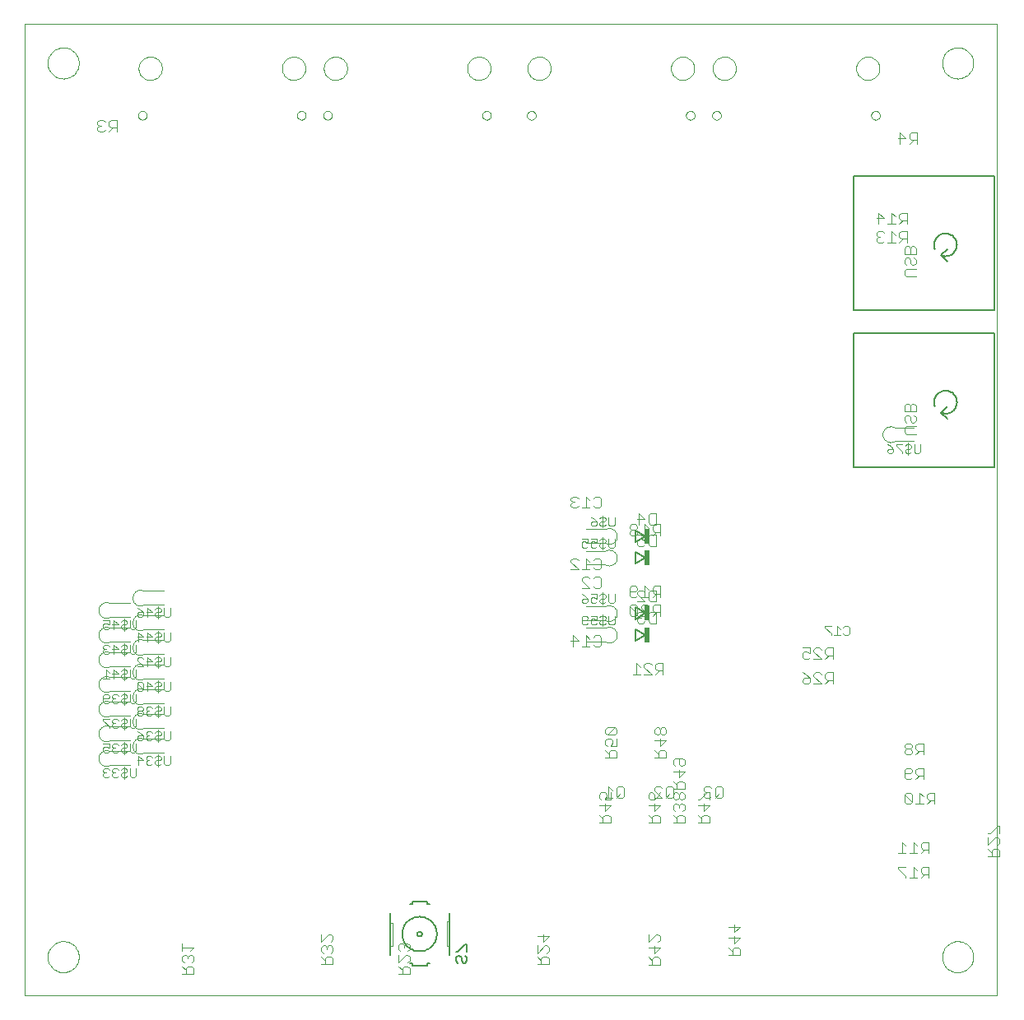
<source format=gbo>
G75*
G70*
%OFA0B0*%
%FSLAX24Y24*%
%IPPOS*%
%LPD*%
%AMOC8*
5,1,8,0,0,1.08239X$1,22.5*
%
%ADD10C,0.0000*%
%ADD11C,0.0030*%
%ADD12C,0.0040*%
%ADD13C,0.0050*%
%ADD14C,0.0039*%
%ADD15C,0.0080*%
%ADD16R,0.0240X0.0620*%
%ADD17C,0.0060*%
%ADD18C,0.0020*%
D10*
X000825Y000180D02*
X000825Y039550D01*
X040195Y039550D01*
X040195Y000180D01*
X000825Y000180D01*
X001769Y001755D02*
X001771Y001805D01*
X001777Y001855D01*
X001787Y001904D01*
X001801Y001952D01*
X001818Y001999D01*
X001839Y002044D01*
X001864Y002088D01*
X001892Y002129D01*
X001924Y002168D01*
X001958Y002205D01*
X001995Y002239D01*
X002035Y002269D01*
X002077Y002296D01*
X002121Y002320D01*
X002167Y002341D01*
X002214Y002357D01*
X002262Y002370D01*
X002312Y002379D01*
X002361Y002384D01*
X002412Y002385D01*
X002462Y002382D01*
X002511Y002375D01*
X002560Y002364D01*
X002608Y002349D01*
X002654Y002331D01*
X002699Y002309D01*
X002742Y002283D01*
X002783Y002254D01*
X002822Y002222D01*
X002858Y002187D01*
X002890Y002149D01*
X002920Y002109D01*
X002947Y002066D01*
X002970Y002022D01*
X002989Y001976D01*
X003005Y001928D01*
X003017Y001879D01*
X003025Y001830D01*
X003029Y001780D01*
X003029Y001730D01*
X003025Y001680D01*
X003017Y001631D01*
X003005Y001582D01*
X002989Y001534D01*
X002970Y001488D01*
X002947Y001444D01*
X002920Y001401D01*
X002890Y001361D01*
X002858Y001323D01*
X002822Y001288D01*
X002783Y001256D01*
X002742Y001227D01*
X002699Y001201D01*
X002654Y001179D01*
X002608Y001161D01*
X002560Y001146D01*
X002511Y001135D01*
X002462Y001128D01*
X002412Y001125D01*
X002361Y001126D01*
X002312Y001131D01*
X002262Y001140D01*
X002214Y001153D01*
X002167Y001169D01*
X002121Y001190D01*
X002077Y001214D01*
X002035Y001241D01*
X001995Y001271D01*
X001958Y001305D01*
X001924Y001342D01*
X001892Y001381D01*
X001864Y001422D01*
X001839Y001466D01*
X001818Y001511D01*
X001801Y001558D01*
X001787Y001606D01*
X001777Y001655D01*
X001771Y001705D01*
X001769Y001755D01*
X005429Y035853D02*
X005431Y035879D01*
X005437Y035905D01*
X005447Y035930D01*
X005460Y035953D01*
X005476Y035973D01*
X005496Y035991D01*
X005518Y036006D01*
X005541Y036018D01*
X005567Y036026D01*
X005593Y036030D01*
X005619Y036030D01*
X005645Y036026D01*
X005671Y036018D01*
X005695Y036006D01*
X005716Y035991D01*
X005736Y035973D01*
X005752Y035953D01*
X005765Y035930D01*
X005775Y035905D01*
X005781Y035879D01*
X005783Y035853D01*
X005781Y035827D01*
X005775Y035801D01*
X005765Y035776D01*
X005752Y035753D01*
X005736Y035733D01*
X005716Y035715D01*
X005694Y035700D01*
X005671Y035688D01*
X005645Y035680D01*
X005619Y035676D01*
X005593Y035676D01*
X005567Y035680D01*
X005541Y035688D01*
X005517Y035700D01*
X005496Y035715D01*
X005476Y035733D01*
X005460Y035753D01*
X005447Y035776D01*
X005437Y035801D01*
X005431Y035827D01*
X005429Y035853D01*
X005449Y037759D02*
X005451Y037802D01*
X005457Y037844D01*
X005467Y037886D01*
X005480Y037927D01*
X005497Y037967D01*
X005518Y038004D01*
X005542Y038040D01*
X005569Y038073D01*
X005599Y038104D01*
X005632Y038132D01*
X005667Y038157D01*
X005704Y038178D01*
X005743Y038196D01*
X005783Y038210D01*
X005825Y038221D01*
X005867Y038228D01*
X005910Y038231D01*
X005953Y038230D01*
X005996Y038225D01*
X006038Y038216D01*
X006079Y038204D01*
X006119Y038188D01*
X006157Y038168D01*
X006193Y038145D01*
X006227Y038118D01*
X006259Y038089D01*
X006287Y038057D01*
X006313Y038022D01*
X006335Y037986D01*
X006354Y037947D01*
X006369Y037907D01*
X006381Y037866D01*
X006389Y037823D01*
X006393Y037780D01*
X006393Y037738D01*
X006389Y037695D01*
X006381Y037652D01*
X006369Y037611D01*
X006354Y037571D01*
X006335Y037532D01*
X006313Y037496D01*
X006287Y037461D01*
X006259Y037429D01*
X006227Y037400D01*
X006193Y037373D01*
X006157Y037350D01*
X006119Y037330D01*
X006079Y037314D01*
X006038Y037302D01*
X005996Y037293D01*
X005953Y037288D01*
X005910Y037287D01*
X005867Y037290D01*
X005825Y037297D01*
X005783Y037308D01*
X005743Y037322D01*
X005704Y037340D01*
X005667Y037361D01*
X005632Y037386D01*
X005599Y037414D01*
X005569Y037445D01*
X005542Y037478D01*
X005518Y037514D01*
X005497Y037551D01*
X005480Y037591D01*
X005467Y037632D01*
X005457Y037674D01*
X005451Y037716D01*
X005449Y037759D01*
X001769Y037975D02*
X001771Y038025D01*
X001777Y038075D01*
X001787Y038124D01*
X001801Y038172D01*
X001818Y038219D01*
X001839Y038264D01*
X001864Y038308D01*
X001892Y038349D01*
X001924Y038388D01*
X001958Y038425D01*
X001995Y038459D01*
X002035Y038489D01*
X002077Y038516D01*
X002121Y038540D01*
X002167Y038561D01*
X002214Y038577D01*
X002262Y038590D01*
X002312Y038599D01*
X002361Y038604D01*
X002412Y038605D01*
X002462Y038602D01*
X002511Y038595D01*
X002560Y038584D01*
X002608Y038569D01*
X002654Y038551D01*
X002699Y038529D01*
X002742Y038503D01*
X002783Y038474D01*
X002822Y038442D01*
X002858Y038407D01*
X002890Y038369D01*
X002920Y038329D01*
X002947Y038286D01*
X002970Y038242D01*
X002989Y038196D01*
X003005Y038148D01*
X003017Y038099D01*
X003025Y038050D01*
X003029Y038000D01*
X003029Y037950D01*
X003025Y037900D01*
X003017Y037851D01*
X003005Y037802D01*
X002989Y037754D01*
X002970Y037708D01*
X002947Y037664D01*
X002920Y037621D01*
X002890Y037581D01*
X002858Y037543D01*
X002822Y037508D01*
X002783Y037476D01*
X002742Y037447D01*
X002699Y037421D01*
X002654Y037399D01*
X002608Y037381D01*
X002560Y037366D01*
X002511Y037355D01*
X002462Y037348D01*
X002412Y037345D01*
X002361Y037346D01*
X002312Y037351D01*
X002262Y037360D01*
X002214Y037373D01*
X002167Y037389D01*
X002121Y037410D01*
X002077Y037434D01*
X002035Y037461D01*
X001995Y037491D01*
X001958Y037525D01*
X001924Y037562D01*
X001892Y037601D01*
X001864Y037642D01*
X001839Y037686D01*
X001818Y037731D01*
X001801Y037778D01*
X001787Y037826D01*
X001777Y037875D01*
X001771Y037925D01*
X001769Y037975D01*
X011256Y037759D02*
X011258Y037802D01*
X011264Y037844D01*
X011274Y037886D01*
X011287Y037927D01*
X011304Y037967D01*
X011325Y038004D01*
X011349Y038040D01*
X011376Y038073D01*
X011406Y038104D01*
X011439Y038132D01*
X011474Y038157D01*
X011511Y038178D01*
X011550Y038196D01*
X011590Y038210D01*
X011632Y038221D01*
X011674Y038228D01*
X011717Y038231D01*
X011760Y038230D01*
X011803Y038225D01*
X011845Y038216D01*
X011886Y038204D01*
X011926Y038188D01*
X011964Y038168D01*
X012000Y038145D01*
X012034Y038118D01*
X012066Y038089D01*
X012094Y038057D01*
X012120Y038022D01*
X012142Y037986D01*
X012161Y037947D01*
X012176Y037907D01*
X012188Y037866D01*
X012196Y037823D01*
X012200Y037780D01*
X012200Y037738D01*
X012196Y037695D01*
X012188Y037652D01*
X012176Y037611D01*
X012161Y037571D01*
X012142Y037532D01*
X012120Y037496D01*
X012094Y037461D01*
X012066Y037429D01*
X012034Y037400D01*
X012000Y037373D01*
X011964Y037350D01*
X011926Y037330D01*
X011886Y037314D01*
X011845Y037302D01*
X011803Y037293D01*
X011760Y037288D01*
X011717Y037287D01*
X011674Y037290D01*
X011632Y037297D01*
X011590Y037308D01*
X011550Y037322D01*
X011511Y037340D01*
X011474Y037361D01*
X011439Y037386D01*
X011406Y037414D01*
X011376Y037445D01*
X011349Y037478D01*
X011325Y037514D01*
X011304Y037551D01*
X011287Y037591D01*
X011274Y037632D01*
X011264Y037674D01*
X011258Y037716D01*
X011256Y037759D01*
X011866Y035853D02*
X011868Y035879D01*
X011874Y035905D01*
X011884Y035930D01*
X011897Y035953D01*
X011913Y035973D01*
X011933Y035991D01*
X011955Y036006D01*
X011978Y036018D01*
X012004Y036026D01*
X012030Y036030D01*
X012056Y036030D01*
X012082Y036026D01*
X012108Y036018D01*
X012132Y036006D01*
X012153Y035991D01*
X012173Y035973D01*
X012189Y035953D01*
X012202Y035930D01*
X012212Y035905D01*
X012218Y035879D01*
X012220Y035853D01*
X012218Y035827D01*
X012212Y035801D01*
X012202Y035776D01*
X012189Y035753D01*
X012173Y035733D01*
X012153Y035715D01*
X012131Y035700D01*
X012108Y035688D01*
X012082Y035680D01*
X012056Y035676D01*
X012030Y035676D01*
X012004Y035680D01*
X011978Y035688D01*
X011954Y035700D01*
X011933Y035715D01*
X011913Y035733D01*
X011897Y035753D01*
X011884Y035776D01*
X011874Y035801D01*
X011868Y035827D01*
X011866Y035853D01*
X012929Y035853D02*
X012931Y035879D01*
X012937Y035905D01*
X012947Y035930D01*
X012960Y035953D01*
X012976Y035973D01*
X012996Y035991D01*
X013018Y036006D01*
X013041Y036018D01*
X013067Y036026D01*
X013093Y036030D01*
X013119Y036030D01*
X013145Y036026D01*
X013171Y036018D01*
X013195Y036006D01*
X013216Y035991D01*
X013236Y035973D01*
X013252Y035953D01*
X013265Y035930D01*
X013275Y035905D01*
X013281Y035879D01*
X013283Y035853D01*
X013281Y035827D01*
X013275Y035801D01*
X013265Y035776D01*
X013252Y035753D01*
X013236Y035733D01*
X013216Y035715D01*
X013194Y035700D01*
X013171Y035688D01*
X013145Y035680D01*
X013119Y035676D01*
X013093Y035676D01*
X013067Y035680D01*
X013041Y035688D01*
X013017Y035700D01*
X012996Y035715D01*
X012976Y035733D01*
X012960Y035753D01*
X012947Y035776D01*
X012937Y035801D01*
X012931Y035827D01*
X012929Y035853D01*
X012949Y037759D02*
X012951Y037802D01*
X012957Y037844D01*
X012967Y037886D01*
X012980Y037927D01*
X012997Y037967D01*
X013018Y038004D01*
X013042Y038040D01*
X013069Y038073D01*
X013099Y038104D01*
X013132Y038132D01*
X013167Y038157D01*
X013204Y038178D01*
X013243Y038196D01*
X013283Y038210D01*
X013325Y038221D01*
X013367Y038228D01*
X013410Y038231D01*
X013453Y038230D01*
X013496Y038225D01*
X013538Y038216D01*
X013579Y038204D01*
X013619Y038188D01*
X013657Y038168D01*
X013693Y038145D01*
X013727Y038118D01*
X013759Y038089D01*
X013787Y038057D01*
X013813Y038022D01*
X013835Y037986D01*
X013854Y037947D01*
X013869Y037907D01*
X013881Y037866D01*
X013889Y037823D01*
X013893Y037780D01*
X013893Y037738D01*
X013889Y037695D01*
X013881Y037652D01*
X013869Y037611D01*
X013854Y037571D01*
X013835Y037532D01*
X013813Y037496D01*
X013787Y037461D01*
X013759Y037429D01*
X013727Y037400D01*
X013693Y037373D01*
X013657Y037350D01*
X013619Y037330D01*
X013579Y037314D01*
X013538Y037302D01*
X013496Y037293D01*
X013453Y037288D01*
X013410Y037287D01*
X013367Y037290D01*
X013325Y037297D01*
X013283Y037308D01*
X013243Y037322D01*
X013204Y037340D01*
X013167Y037361D01*
X013132Y037386D01*
X013099Y037414D01*
X013069Y037445D01*
X013042Y037478D01*
X013018Y037514D01*
X012997Y037551D01*
X012980Y037591D01*
X012967Y037632D01*
X012957Y037674D01*
X012951Y037716D01*
X012949Y037759D01*
X018756Y037759D02*
X018758Y037802D01*
X018764Y037844D01*
X018774Y037886D01*
X018787Y037927D01*
X018804Y037967D01*
X018825Y038004D01*
X018849Y038040D01*
X018876Y038073D01*
X018906Y038104D01*
X018939Y038132D01*
X018974Y038157D01*
X019011Y038178D01*
X019050Y038196D01*
X019090Y038210D01*
X019132Y038221D01*
X019174Y038228D01*
X019217Y038231D01*
X019260Y038230D01*
X019303Y038225D01*
X019345Y038216D01*
X019386Y038204D01*
X019426Y038188D01*
X019464Y038168D01*
X019500Y038145D01*
X019534Y038118D01*
X019566Y038089D01*
X019594Y038057D01*
X019620Y038022D01*
X019642Y037986D01*
X019661Y037947D01*
X019676Y037907D01*
X019688Y037866D01*
X019696Y037823D01*
X019700Y037780D01*
X019700Y037738D01*
X019696Y037695D01*
X019688Y037652D01*
X019676Y037611D01*
X019661Y037571D01*
X019642Y037532D01*
X019620Y037496D01*
X019594Y037461D01*
X019566Y037429D01*
X019534Y037400D01*
X019500Y037373D01*
X019464Y037350D01*
X019426Y037330D01*
X019386Y037314D01*
X019345Y037302D01*
X019303Y037293D01*
X019260Y037288D01*
X019217Y037287D01*
X019174Y037290D01*
X019132Y037297D01*
X019090Y037308D01*
X019050Y037322D01*
X019011Y037340D01*
X018974Y037361D01*
X018939Y037386D01*
X018906Y037414D01*
X018876Y037445D01*
X018849Y037478D01*
X018825Y037514D01*
X018804Y037551D01*
X018787Y037591D01*
X018774Y037632D01*
X018764Y037674D01*
X018758Y037716D01*
X018756Y037759D01*
X019366Y035853D02*
X019368Y035879D01*
X019374Y035905D01*
X019384Y035930D01*
X019397Y035953D01*
X019413Y035973D01*
X019433Y035991D01*
X019455Y036006D01*
X019478Y036018D01*
X019504Y036026D01*
X019530Y036030D01*
X019556Y036030D01*
X019582Y036026D01*
X019608Y036018D01*
X019632Y036006D01*
X019653Y035991D01*
X019673Y035973D01*
X019689Y035953D01*
X019702Y035930D01*
X019712Y035905D01*
X019718Y035879D01*
X019720Y035853D01*
X019718Y035827D01*
X019712Y035801D01*
X019702Y035776D01*
X019689Y035753D01*
X019673Y035733D01*
X019653Y035715D01*
X019631Y035700D01*
X019608Y035688D01*
X019582Y035680D01*
X019556Y035676D01*
X019530Y035676D01*
X019504Y035680D01*
X019478Y035688D01*
X019454Y035700D01*
X019433Y035715D01*
X019413Y035733D01*
X019397Y035753D01*
X019384Y035776D01*
X019374Y035801D01*
X019368Y035827D01*
X019366Y035853D01*
X021179Y035853D02*
X021181Y035879D01*
X021187Y035905D01*
X021197Y035930D01*
X021210Y035953D01*
X021226Y035973D01*
X021246Y035991D01*
X021268Y036006D01*
X021291Y036018D01*
X021317Y036026D01*
X021343Y036030D01*
X021369Y036030D01*
X021395Y036026D01*
X021421Y036018D01*
X021445Y036006D01*
X021466Y035991D01*
X021486Y035973D01*
X021502Y035953D01*
X021515Y035930D01*
X021525Y035905D01*
X021531Y035879D01*
X021533Y035853D01*
X021531Y035827D01*
X021525Y035801D01*
X021515Y035776D01*
X021502Y035753D01*
X021486Y035733D01*
X021466Y035715D01*
X021444Y035700D01*
X021421Y035688D01*
X021395Y035680D01*
X021369Y035676D01*
X021343Y035676D01*
X021317Y035680D01*
X021291Y035688D01*
X021267Y035700D01*
X021246Y035715D01*
X021226Y035733D01*
X021210Y035753D01*
X021197Y035776D01*
X021187Y035801D01*
X021181Y035827D01*
X021179Y035853D01*
X021199Y037759D02*
X021201Y037802D01*
X021207Y037844D01*
X021217Y037886D01*
X021230Y037927D01*
X021247Y037967D01*
X021268Y038004D01*
X021292Y038040D01*
X021319Y038073D01*
X021349Y038104D01*
X021382Y038132D01*
X021417Y038157D01*
X021454Y038178D01*
X021493Y038196D01*
X021533Y038210D01*
X021575Y038221D01*
X021617Y038228D01*
X021660Y038231D01*
X021703Y038230D01*
X021746Y038225D01*
X021788Y038216D01*
X021829Y038204D01*
X021869Y038188D01*
X021907Y038168D01*
X021943Y038145D01*
X021977Y038118D01*
X022009Y038089D01*
X022037Y038057D01*
X022063Y038022D01*
X022085Y037986D01*
X022104Y037947D01*
X022119Y037907D01*
X022131Y037866D01*
X022139Y037823D01*
X022143Y037780D01*
X022143Y037738D01*
X022139Y037695D01*
X022131Y037652D01*
X022119Y037611D01*
X022104Y037571D01*
X022085Y037532D01*
X022063Y037496D01*
X022037Y037461D01*
X022009Y037429D01*
X021977Y037400D01*
X021943Y037373D01*
X021907Y037350D01*
X021869Y037330D01*
X021829Y037314D01*
X021788Y037302D01*
X021746Y037293D01*
X021703Y037288D01*
X021660Y037287D01*
X021617Y037290D01*
X021575Y037297D01*
X021533Y037308D01*
X021493Y037322D01*
X021454Y037340D01*
X021417Y037361D01*
X021382Y037386D01*
X021349Y037414D01*
X021319Y037445D01*
X021292Y037478D01*
X021268Y037514D01*
X021247Y037551D01*
X021230Y037591D01*
X021217Y037632D01*
X021207Y037674D01*
X021201Y037716D01*
X021199Y037759D01*
X027006Y037759D02*
X027008Y037802D01*
X027014Y037844D01*
X027024Y037886D01*
X027037Y037927D01*
X027054Y037967D01*
X027075Y038004D01*
X027099Y038040D01*
X027126Y038073D01*
X027156Y038104D01*
X027189Y038132D01*
X027224Y038157D01*
X027261Y038178D01*
X027300Y038196D01*
X027340Y038210D01*
X027382Y038221D01*
X027424Y038228D01*
X027467Y038231D01*
X027510Y038230D01*
X027553Y038225D01*
X027595Y038216D01*
X027636Y038204D01*
X027676Y038188D01*
X027714Y038168D01*
X027750Y038145D01*
X027784Y038118D01*
X027816Y038089D01*
X027844Y038057D01*
X027870Y038022D01*
X027892Y037986D01*
X027911Y037947D01*
X027926Y037907D01*
X027938Y037866D01*
X027946Y037823D01*
X027950Y037780D01*
X027950Y037738D01*
X027946Y037695D01*
X027938Y037652D01*
X027926Y037611D01*
X027911Y037571D01*
X027892Y037532D01*
X027870Y037496D01*
X027844Y037461D01*
X027816Y037429D01*
X027784Y037400D01*
X027750Y037373D01*
X027714Y037350D01*
X027676Y037330D01*
X027636Y037314D01*
X027595Y037302D01*
X027553Y037293D01*
X027510Y037288D01*
X027467Y037287D01*
X027424Y037290D01*
X027382Y037297D01*
X027340Y037308D01*
X027300Y037322D01*
X027261Y037340D01*
X027224Y037361D01*
X027189Y037386D01*
X027156Y037414D01*
X027126Y037445D01*
X027099Y037478D01*
X027075Y037514D01*
X027054Y037551D01*
X027037Y037591D01*
X027024Y037632D01*
X027014Y037674D01*
X027008Y037716D01*
X027006Y037759D01*
X027616Y035853D02*
X027618Y035879D01*
X027624Y035905D01*
X027634Y035930D01*
X027647Y035953D01*
X027663Y035973D01*
X027683Y035991D01*
X027705Y036006D01*
X027728Y036018D01*
X027754Y036026D01*
X027780Y036030D01*
X027806Y036030D01*
X027832Y036026D01*
X027858Y036018D01*
X027882Y036006D01*
X027903Y035991D01*
X027923Y035973D01*
X027939Y035953D01*
X027952Y035930D01*
X027962Y035905D01*
X027968Y035879D01*
X027970Y035853D01*
X027968Y035827D01*
X027962Y035801D01*
X027952Y035776D01*
X027939Y035753D01*
X027923Y035733D01*
X027903Y035715D01*
X027881Y035700D01*
X027858Y035688D01*
X027832Y035680D01*
X027806Y035676D01*
X027780Y035676D01*
X027754Y035680D01*
X027728Y035688D01*
X027704Y035700D01*
X027683Y035715D01*
X027663Y035733D01*
X027647Y035753D01*
X027634Y035776D01*
X027624Y035801D01*
X027618Y035827D01*
X027616Y035853D01*
X028679Y035853D02*
X028681Y035879D01*
X028687Y035905D01*
X028697Y035930D01*
X028710Y035953D01*
X028726Y035973D01*
X028746Y035991D01*
X028768Y036006D01*
X028791Y036018D01*
X028817Y036026D01*
X028843Y036030D01*
X028869Y036030D01*
X028895Y036026D01*
X028921Y036018D01*
X028945Y036006D01*
X028966Y035991D01*
X028986Y035973D01*
X029002Y035953D01*
X029015Y035930D01*
X029025Y035905D01*
X029031Y035879D01*
X029033Y035853D01*
X029031Y035827D01*
X029025Y035801D01*
X029015Y035776D01*
X029002Y035753D01*
X028986Y035733D01*
X028966Y035715D01*
X028944Y035700D01*
X028921Y035688D01*
X028895Y035680D01*
X028869Y035676D01*
X028843Y035676D01*
X028817Y035680D01*
X028791Y035688D01*
X028767Y035700D01*
X028746Y035715D01*
X028726Y035733D01*
X028710Y035753D01*
X028697Y035776D01*
X028687Y035801D01*
X028681Y035827D01*
X028679Y035853D01*
X028699Y037759D02*
X028701Y037802D01*
X028707Y037844D01*
X028717Y037886D01*
X028730Y037927D01*
X028747Y037967D01*
X028768Y038004D01*
X028792Y038040D01*
X028819Y038073D01*
X028849Y038104D01*
X028882Y038132D01*
X028917Y038157D01*
X028954Y038178D01*
X028993Y038196D01*
X029033Y038210D01*
X029075Y038221D01*
X029117Y038228D01*
X029160Y038231D01*
X029203Y038230D01*
X029246Y038225D01*
X029288Y038216D01*
X029329Y038204D01*
X029369Y038188D01*
X029407Y038168D01*
X029443Y038145D01*
X029477Y038118D01*
X029509Y038089D01*
X029537Y038057D01*
X029563Y038022D01*
X029585Y037986D01*
X029604Y037947D01*
X029619Y037907D01*
X029631Y037866D01*
X029639Y037823D01*
X029643Y037780D01*
X029643Y037738D01*
X029639Y037695D01*
X029631Y037652D01*
X029619Y037611D01*
X029604Y037571D01*
X029585Y037532D01*
X029563Y037496D01*
X029537Y037461D01*
X029509Y037429D01*
X029477Y037400D01*
X029443Y037373D01*
X029407Y037350D01*
X029369Y037330D01*
X029329Y037314D01*
X029288Y037302D01*
X029246Y037293D01*
X029203Y037288D01*
X029160Y037287D01*
X029117Y037290D01*
X029075Y037297D01*
X029033Y037308D01*
X028993Y037322D01*
X028954Y037340D01*
X028917Y037361D01*
X028882Y037386D01*
X028849Y037414D01*
X028819Y037445D01*
X028792Y037478D01*
X028768Y037514D01*
X028747Y037551D01*
X028730Y037591D01*
X028717Y037632D01*
X028707Y037674D01*
X028701Y037716D01*
X028699Y037759D01*
X034506Y037759D02*
X034508Y037802D01*
X034514Y037844D01*
X034524Y037886D01*
X034537Y037927D01*
X034554Y037967D01*
X034575Y038004D01*
X034599Y038040D01*
X034626Y038073D01*
X034656Y038104D01*
X034689Y038132D01*
X034724Y038157D01*
X034761Y038178D01*
X034800Y038196D01*
X034840Y038210D01*
X034882Y038221D01*
X034924Y038228D01*
X034967Y038231D01*
X035010Y038230D01*
X035053Y038225D01*
X035095Y038216D01*
X035136Y038204D01*
X035176Y038188D01*
X035214Y038168D01*
X035250Y038145D01*
X035284Y038118D01*
X035316Y038089D01*
X035344Y038057D01*
X035370Y038022D01*
X035392Y037986D01*
X035411Y037947D01*
X035426Y037907D01*
X035438Y037866D01*
X035446Y037823D01*
X035450Y037780D01*
X035450Y037738D01*
X035446Y037695D01*
X035438Y037652D01*
X035426Y037611D01*
X035411Y037571D01*
X035392Y037532D01*
X035370Y037496D01*
X035344Y037461D01*
X035316Y037429D01*
X035284Y037400D01*
X035250Y037373D01*
X035214Y037350D01*
X035176Y037330D01*
X035136Y037314D01*
X035095Y037302D01*
X035053Y037293D01*
X035010Y037288D01*
X034967Y037287D01*
X034924Y037290D01*
X034882Y037297D01*
X034840Y037308D01*
X034800Y037322D01*
X034761Y037340D01*
X034724Y037361D01*
X034689Y037386D01*
X034656Y037414D01*
X034626Y037445D01*
X034599Y037478D01*
X034575Y037514D01*
X034554Y037551D01*
X034537Y037591D01*
X034524Y037632D01*
X034514Y037674D01*
X034508Y037716D01*
X034506Y037759D01*
X035116Y035853D02*
X035118Y035879D01*
X035124Y035905D01*
X035134Y035930D01*
X035147Y035953D01*
X035163Y035973D01*
X035183Y035991D01*
X035205Y036006D01*
X035228Y036018D01*
X035254Y036026D01*
X035280Y036030D01*
X035306Y036030D01*
X035332Y036026D01*
X035358Y036018D01*
X035382Y036006D01*
X035403Y035991D01*
X035423Y035973D01*
X035439Y035953D01*
X035452Y035930D01*
X035462Y035905D01*
X035468Y035879D01*
X035470Y035853D01*
X035468Y035827D01*
X035462Y035801D01*
X035452Y035776D01*
X035439Y035753D01*
X035423Y035733D01*
X035403Y035715D01*
X035381Y035700D01*
X035358Y035688D01*
X035332Y035680D01*
X035306Y035676D01*
X035280Y035676D01*
X035254Y035680D01*
X035228Y035688D01*
X035204Y035700D01*
X035183Y035715D01*
X035163Y035733D01*
X035147Y035753D01*
X035134Y035776D01*
X035124Y035801D01*
X035118Y035827D01*
X035116Y035853D01*
X037990Y037975D02*
X037992Y038025D01*
X037998Y038075D01*
X038008Y038124D01*
X038022Y038172D01*
X038039Y038219D01*
X038060Y038264D01*
X038085Y038308D01*
X038113Y038349D01*
X038145Y038388D01*
X038179Y038425D01*
X038216Y038459D01*
X038256Y038489D01*
X038298Y038516D01*
X038342Y038540D01*
X038388Y038561D01*
X038435Y038577D01*
X038483Y038590D01*
X038533Y038599D01*
X038582Y038604D01*
X038633Y038605D01*
X038683Y038602D01*
X038732Y038595D01*
X038781Y038584D01*
X038829Y038569D01*
X038875Y038551D01*
X038920Y038529D01*
X038963Y038503D01*
X039004Y038474D01*
X039043Y038442D01*
X039079Y038407D01*
X039111Y038369D01*
X039141Y038329D01*
X039168Y038286D01*
X039191Y038242D01*
X039210Y038196D01*
X039226Y038148D01*
X039238Y038099D01*
X039246Y038050D01*
X039250Y038000D01*
X039250Y037950D01*
X039246Y037900D01*
X039238Y037851D01*
X039226Y037802D01*
X039210Y037754D01*
X039191Y037708D01*
X039168Y037664D01*
X039141Y037621D01*
X039111Y037581D01*
X039079Y037543D01*
X039043Y037508D01*
X039004Y037476D01*
X038963Y037447D01*
X038920Y037421D01*
X038875Y037399D01*
X038829Y037381D01*
X038781Y037366D01*
X038732Y037355D01*
X038683Y037348D01*
X038633Y037345D01*
X038582Y037346D01*
X038533Y037351D01*
X038483Y037360D01*
X038435Y037373D01*
X038388Y037389D01*
X038342Y037410D01*
X038298Y037434D01*
X038256Y037461D01*
X038216Y037491D01*
X038179Y037525D01*
X038145Y037562D01*
X038113Y037601D01*
X038085Y037642D01*
X038060Y037686D01*
X038039Y037731D01*
X038022Y037778D01*
X038008Y037826D01*
X037998Y037875D01*
X037992Y037925D01*
X037990Y037975D01*
X037990Y001755D02*
X037992Y001805D01*
X037998Y001855D01*
X038008Y001904D01*
X038022Y001952D01*
X038039Y001999D01*
X038060Y002044D01*
X038085Y002088D01*
X038113Y002129D01*
X038145Y002168D01*
X038179Y002205D01*
X038216Y002239D01*
X038256Y002269D01*
X038298Y002296D01*
X038342Y002320D01*
X038388Y002341D01*
X038435Y002357D01*
X038483Y002370D01*
X038533Y002379D01*
X038582Y002384D01*
X038633Y002385D01*
X038683Y002382D01*
X038732Y002375D01*
X038781Y002364D01*
X038829Y002349D01*
X038875Y002331D01*
X038920Y002309D01*
X038963Y002283D01*
X039004Y002254D01*
X039043Y002222D01*
X039079Y002187D01*
X039111Y002149D01*
X039141Y002109D01*
X039168Y002066D01*
X039191Y002022D01*
X039210Y001976D01*
X039226Y001928D01*
X039238Y001879D01*
X039246Y001830D01*
X039250Y001780D01*
X039250Y001730D01*
X039246Y001680D01*
X039238Y001631D01*
X039226Y001582D01*
X039210Y001534D01*
X039191Y001488D01*
X039168Y001444D01*
X039141Y001401D01*
X039111Y001361D01*
X039079Y001323D01*
X039043Y001288D01*
X039004Y001256D01*
X038963Y001227D01*
X038920Y001201D01*
X038875Y001179D01*
X038829Y001161D01*
X038781Y001146D01*
X038732Y001135D01*
X038683Y001128D01*
X038633Y001125D01*
X038582Y001126D01*
X038533Y001131D01*
X038483Y001140D01*
X038435Y001153D01*
X038388Y001169D01*
X038342Y001190D01*
X038298Y001214D01*
X038256Y001241D01*
X038216Y001271D01*
X038179Y001305D01*
X038145Y001342D01*
X038113Y001381D01*
X038085Y001422D01*
X038060Y001466D01*
X038039Y001511D01*
X038022Y001558D01*
X038008Y001606D01*
X037998Y001655D01*
X037992Y001705D01*
X037990Y001755D01*
D11*
X034163Y014789D02*
X034039Y014789D01*
X033978Y014851D01*
X033856Y014789D02*
X033609Y014789D01*
X033488Y014789D02*
X033488Y014851D01*
X033241Y015098D01*
X033241Y015159D01*
X033488Y015159D01*
X033733Y015159D02*
X033733Y014789D01*
X033856Y015036D02*
X033733Y015159D01*
X033978Y015098D02*
X034039Y015159D01*
X034163Y015159D01*
X034225Y015098D01*
X034225Y014851D01*
X034163Y014789D01*
X035828Y022158D02*
X035767Y022218D01*
X035767Y022279D01*
X035828Y022340D01*
X036010Y022340D01*
X036010Y022218D01*
X035949Y022158D01*
X035828Y022158D01*
X036010Y022340D02*
X035888Y022461D01*
X035767Y022522D01*
X036130Y022522D02*
X036130Y022461D01*
X036372Y022218D01*
X036372Y022158D01*
X036492Y022218D02*
X036492Y022279D01*
X036553Y022340D01*
X036674Y022340D01*
X036735Y022400D01*
X036735Y022461D01*
X036674Y022522D01*
X036553Y022522D01*
X036492Y022461D01*
X036372Y022522D02*
X036130Y022522D01*
X036492Y022218D02*
X036553Y022158D01*
X036674Y022158D01*
X036735Y022218D01*
X036855Y022218D02*
X036855Y022522D01*
X037097Y022522D02*
X037097Y022218D01*
X037037Y022158D01*
X036915Y022158D01*
X036855Y022218D01*
X036613Y022097D02*
X036613Y022582D01*
X024722Y019578D02*
X024722Y019274D01*
X024661Y019214D01*
X024540Y019214D01*
X024479Y019274D01*
X024479Y019578D01*
X024360Y019517D02*
X024299Y019578D01*
X024178Y019578D01*
X024117Y019517D01*
X024178Y019396D02*
X024299Y019396D01*
X024360Y019456D01*
X024360Y019517D01*
X024238Y019638D02*
X024238Y019153D01*
X024178Y019214D02*
X024299Y019214D01*
X024360Y019274D01*
X024178Y019214D02*
X024117Y019274D01*
X024117Y019335D01*
X024178Y019396D01*
X023997Y019396D02*
X023815Y019396D01*
X023754Y019335D01*
X023754Y019274D01*
X023815Y019214D01*
X023936Y019214D01*
X023997Y019274D01*
X023997Y019396D01*
X023876Y019517D01*
X023754Y019578D01*
X023754Y018703D02*
X023997Y018703D01*
X023997Y018521D01*
X023876Y018581D01*
X023815Y018581D01*
X023754Y018521D01*
X023754Y018399D01*
X023815Y018339D01*
X023936Y018339D01*
X023997Y018399D01*
X024117Y018399D02*
X024117Y018460D01*
X024178Y018521D01*
X024299Y018521D01*
X024360Y018581D01*
X024360Y018642D01*
X024299Y018703D01*
X024178Y018703D01*
X024117Y018642D01*
X024238Y018763D02*
X024238Y018278D01*
X024178Y018339D02*
X024299Y018339D01*
X024360Y018399D01*
X024479Y018399D02*
X024479Y018703D01*
X024722Y018703D02*
X024722Y018399D01*
X024661Y018339D01*
X024540Y018339D01*
X024479Y018399D01*
X024178Y018339D02*
X024117Y018399D01*
X023635Y018399D02*
X023574Y018339D01*
X023453Y018339D01*
X023392Y018399D01*
X023392Y018521D01*
X023453Y018581D01*
X023513Y018581D01*
X023635Y018521D01*
X023635Y018703D01*
X023392Y018703D01*
X023392Y016453D02*
X023513Y016392D01*
X023635Y016271D01*
X023453Y016271D01*
X023392Y016210D01*
X023392Y016149D01*
X023453Y016089D01*
X023574Y016089D01*
X023635Y016149D01*
X023635Y016271D01*
X023754Y016271D02*
X023754Y016149D01*
X023815Y016089D01*
X023936Y016089D01*
X023997Y016149D01*
X024117Y016149D02*
X024117Y016210D01*
X024178Y016271D01*
X024299Y016271D01*
X024360Y016331D01*
X024360Y016392D01*
X024299Y016453D01*
X024178Y016453D01*
X024117Y016392D01*
X023997Y016453D02*
X023997Y016271D01*
X023876Y016331D01*
X023815Y016331D01*
X023754Y016271D01*
X023754Y016453D02*
X023997Y016453D01*
X024238Y016513D02*
X024238Y016028D01*
X024178Y016089D02*
X024299Y016089D01*
X024360Y016149D01*
X024479Y016149D02*
X024479Y016453D01*
X024722Y016453D02*
X024722Y016149D01*
X024661Y016089D01*
X024540Y016089D01*
X024479Y016149D01*
X024178Y016089D02*
X024117Y016149D01*
X024238Y015638D02*
X024238Y015153D01*
X024178Y015214D02*
X024299Y015214D01*
X024360Y015274D01*
X024479Y015274D02*
X024479Y015578D01*
X024360Y015517D02*
X024299Y015578D01*
X024178Y015578D01*
X024117Y015517D01*
X023997Y015578D02*
X023997Y015396D01*
X023876Y015456D01*
X023815Y015456D01*
X023754Y015396D01*
X023754Y015274D01*
X023815Y015214D01*
X023936Y015214D01*
X023997Y015274D01*
X024117Y015274D02*
X024117Y015335D01*
X024178Y015396D01*
X024299Y015396D01*
X024360Y015456D01*
X024360Y015517D01*
X024479Y015274D02*
X024540Y015214D01*
X024661Y015214D01*
X024722Y015274D01*
X024722Y015578D01*
X024178Y015214D02*
X024117Y015274D01*
X023997Y015578D02*
X023754Y015578D01*
X023635Y015517D02*
X023635Y015456D01*
X023574Y015396D01*
X023392Y015396D01*
X023392Y015517D02*
X023392Y015274D01*
X023453Y015214D01*
X023574Y015214D01*
X023635Y015274D01*
X023635Y015517D02*
X023574Y015578D01*
X023453Y015578D01*
X023392Y015517D01*
X006722Y015593D02*
X006662Y015533D01*
X006540Y015533D01*
X006480Y015593D01*
X006480Y015897D01*
X006360Y015836D02*
X006299Y015897D01*
X006178Y015897D01*
X006117Y015836D01*
X006178Y015715D02*
X006117Y015654D01*
X006117Y015593D01*
X006178Y015533D01*
X006299Y015533D01*
X006360Y015593D01*
X006299Y015715D02*
X006360Y015775D01*
X006360Y015836D01*
X006299Y015715D02*
X006178Y015715D01*
X005997Y015715D02*
X005815Y015897D01*
X005815Y015533D01*
X005635Y015593D02*
X005574Y015533D01*
X005453Y015533D01*
X005392Y015593D01*
X005392Y015654D01*
X005453Y015715D01*
X005635Y015715D01*
X005635Y015593D01*
X005635Y015715D02*
X005513Y015836D01*
X005392Y015897D01*
X005755Y015715D02*
X005997Y015715D01*
X006238Y015957D02*
X006238Y015472D01*
X006722Y015593D02*
X006722Y015897D01*
X006722Y014897D02*
X006722Y014593D01*
X006662Y014533D01*
X006540Y014533D01*
X006480Y014593D01*
X006480Y014897D01*
X006360Y014836D02*
X006299Y014897D01*
X006178Y014897D01*
X006117Y014836D01*
X006178Y014715D02*
X006117Y014654D01*
X006117Y014593D01*
X006178Y014533D01*
X006299Y014533D01*
X006360Y014593D01*
X006299Y014715D02*
X006360Y014775D01*
X006360Y014836D01*
X006299Y014715D02*
X006178Y014715D01*
X005997Y014715D02*
X005755Y014715D01*
X005635Y014715D02*
X005392Y014715D01*
X005453Y014897D02*
X005635Y014715D01*
X005815Y014533D02*
X005815Y014897D01*
X005997Y014715D01*
X006238Y014957D02*
X006238Y014472D01*
X006238Y013957D02*
X006238Y013472D01*
X006178Y013533D02*
X006117Y013593D01*
X006117Y013654D01*
X006178Y013715D01*
X006299Y013715D01*
X006360Y013775D01*
X006360Y013836D01*
X006299Y013897D01*
X006178Y013897D01*
X006117Y013836D01*
X005997Y013715D02*
X005755Y013715D01*
X005635Y013836D02*
X005574Y013897D01*
X005453Y013897D01*
X005392Y013836D01*
X005392Y013775D01*
X005635Y013533D01*
X005392Y013533D01*
X005347Y013397D02*
X005347Y013093D01*
X005287Y013033D01*
X005165Y013033D01*
X005105Y013093D01*
X005105Y013397D01*
X004985Y013336D02*
X004924Y013397D01*
X004803Y013397D01*
X004742Y013336D01*
X004803Y013215D02*
X004924Y013215D01*
X004985Y013275D01*
X004985Y013336D01*
X004863Y013457D02*
X004863Y012972D01*
X004803Y013033D02*
X004742Y013093D01*
X004742Y013154D01*
X004803Y013215D01*
X004622Y013215D02*
X004380Y013215D01*
X004260Y013275D02*
X004138Y013397D01*
X004138Y013033D01*
X004017Y013033D02*
X004260Y013033D01*
X004440Y013033D02*
X004440Y013397D01*
X004622Y013215D01*
X004803Y013033D02*
X004924Y013033D01*
X004985Y013093D01*
X005392Y012836D02*
X005635Y012593D01*
X005574Y012533D01*
X005453Y012533D01*
X005392Y012593D01*
X005392Y012836D01*
X005453Y012897D01*
X005574Y012897D01*
X005635Y012836D01*
X005635Y012593D01*
X005755Y012715D02*
X005997Y012715D01*
X005815Y012897D01*
X005815Y012533D01*
X006117Y012593D02*
X006117Y012654D01*
X006178Y012715D01*
X006299Y012715D01*
X006360Y012775D01*
X006360Y012836D01*
X006299Y012897D01*
X006178Y012897D01*
X006117Y012836D01*
X006238Y012957D02*
X006238Y012472D01*
X006178Y012533D02*
X006117Y012593D01*
X006178Y012533D02*
X006299Y012533D01*
X006360Y012593D01*
X006480Y012593D02*
X006480Y012897D01*
X006722Y012897D02*
X006722Y012593D01*
X006662Y012533D01*
X006540Y012533D01*
X006480Y012593D01*
X006238Y011957D02*
X006238Y011472D01*
X006178Y011533D02*
X006117Y011593D01*
X006117Y011654D01*
X006178Y011715D01*
X006299Y011715D01*
X006360Y011775D01*
X006360Y011836D01*
X006299Y011897D01*
X006178Y011897D01*
X006117Y011836D01*
X005997Y011836D02*
X005937Y011897D01*
X005815Y011897D01*
X005755Y011836D01*
X005755Y011775D01*
X005815Y011715D01*
X005755Y011654D01*
X005755Y011593D01*
X005815Y011533D01*
X005937Y011533D01*
X005997Y011593D01*
X005876Y011715D02*
X005815Y011715D01*
X005635Y011775D02*
X005635Y011836D01*
X005574Y011897D01*
X005453Y011897D01*
X005392Y011836D01*
X005392Y011775D01*
X005453Y011715D01*
X005574Y011715D01*
X005635Y011775D01*
X005574Y011715D02*
X005635Y011654D01*
X005635Y011593D01*
X005574Y011533D01*
X005453Y011533D01*
X005392Y011593D01*
X005392Y011654D01*
X005453Y011715D01*
X005347Y011397D02*
X005347Y011093D01*
X005287Y011033D01*
X005165Y011033D01*
X005105Y011093D01*
X005105Y011397D01*
X004985Y011336D02*
X004924Y011397D01*
X004803Y011397D01*
X004742Y011336D01*
X004622Y011336D02*
X004562Y011397D01*
X004440Y011397D01*
X004380Y011336D01*
X004380Y011275D01*
X004440Y011215D01*
X004380Y011154D01*
X004380Y011093D01*
X004440Y011033D01*
X004562Y011033D01*
X004622Y011093D01*
X004742Y011093D02*
X004742Y011154D01*
X004803Y011215D01*
X004924Y011215D01*
X004985Y011275D01*
X004985Y011336D01*
X004863Y011457D02*
X004863Y010972D01*
X004803Y011033D02*
X004742Y011093D01*
X004803Y011033D02*
X004924Y011033D01*
X004985Y011093D01*
X005392Y010897D02*
X005513Y010836D01*
X005635Y010715D01*
X005453Y010715D01*
X005392Y010654D01*
X005392Y010593D01*
X005453Y010533D01*
X005574Y010533D01*
X005635Y010593D01*
X005635Y010715D01*
X005755Y010775D02*
X005815Y010715D01*
X005755Y010654D01*
X005755Y010593D01*
X005815Y010533D01*
X005937Y010533D01*
X005997Y010593D01*
X006117Y010593D02*
X006117Y010654D01*
X006178Y010715D01*
X006299Y010715D01*
X006360Y010775D01*
X006360Y010836D01*
X006299Y010897D01*
X006178Y010897D01*
X006117Y010836D01*
X005997Y010836D02*
X005937Y010897D01*
X005815Y010897D01*
X005755Y010836D01*
X005755Y010775D01*
X005815Y010715D02*
X005876Y010715D01*
X006117Y010593D02*
X006178Y010533D01*
X006299Y010533D01*
X006360Y010593D01*
X006480Y010593D02*
X006480Y010897D01*
X006722Y010897D02*
X006722Y010593D01*
X006662Y010533D01*
X006540Y010533D01*
X006480Y010593D01*
X006238Y010472D02*
X006238Y010957D01*
X006299Y011533D02*
X006178Y011533D01*
X006299Y011533D02*
X006360Y011593D01*
X006480Y011593D02*
X006480Y011897D01*
X006722Y011897D02*
X006722Y011593D01*
X006662Y011533D01*
X006540Y011533D01*
X006480Y011593D01*
X005347Y012093D02*
X005347Y012397D01*
X005105Y012397D02*
X005105Y012093D01*
X005165Y012033D01*
X005287Y012033D01*
X005347Y012093D01*
X004985Y012093D02*
X004924Y012033D01*
X004803Y012033D01*
X004742Y012093D01*
X004742Y012154D01*
X004803Y012215D01*
X004924Y012215D01*
X004985Y012275D01*
X004985Y012336D01*
X004924Y012397D01*
X004803Y012397D01*
X004742Y012336D01*
X004622Y012336D02*
X004562Y012397D01*
X004440Y012397D01*
X004380Y012336D01*
X004380Y012275D01*
X004440Y012215D01*
X004380Y012154D01*
X004380Y012093D01*
X004440Y012033D01*
X004562Y012033D01*
X004622Y012093D01*
X004501Y012215D02*
X004440Y012215D01*
X004260Y012275D02*
X004199Y012215D01*
X004017Y012215D01*
X004017Y012336D02*
X004017Y012093D01*
X004078Y012033D01*
X004199Y012033D01*
X004260Y012093D01*
X004260Y012275D02*
X004260Y012336D01*
X004199Y012397D01*
X004078Y012397D01*
X004017Y012336D01*
X004863Y012457D02*
X004863Y011972D01*
X004260Y011397D02*
X004017Y011397D01*
X004017Y011336D01*
X004260Y011093D01*
X004260Y011033D01*
X004440Y011215D02*
X004501Y011215D01*
X004562Y010397D02*
X004440Y010397D01*
X004380Y010336D01*
X004380Y010275D01*
X004440Y010215D01*
X004380Y010154D01*
X004380Y010093D01*
X004440Y010033D01*
X004562Y010033D01*
X004622Y010093D01*
X004742Y010093D02*
X004742Y010154D01*
X004803Y010215D01*
X004924Y010215D01*
X004985Y010275D01*
X004985Y010336D01*
X004924Y010397D01*
X004803Y010397D01*
X004742Y010336D01*
X004622Y010336D02*
X004562Y010397D01*
X004501Y010215D02*
X004440Y010215D01*
X004260Y010215D02*
X004138Y010275D01*
X004078Y010275D01*
X004017Y010215D01*
X004017Y010093D01*
X004078Y010033D01*
X004199Y010033D01*
X004260Y010093D01*
X004260Y010215D02*
X004260Y010397D01*
X004017Y010397D01*
X004742Y010093D02*
X004803Y010033D01*
X004924Y010033D01*
X004985Y010093D01*
X005105Y010093D02*
X005105Y010397D01*
X005347Y010397D02*
X005347Y010093D01*
X005287Y010033D01*
X005165Y010033D01*
X005105Y010093D01*
X004863Y009972D02*
X004863Y010457D01*
X005453Y009897D02*
X005635Y009715D01*
X005392Y009715D01*
X005453Y009533D02*
X005453Y009897D01*
X005755Y009836D02*
X005755Y009775D01*
X005815Y009715D01*
X005755Y009654D01*
X005755Y009593D01*
X005815Y009533D01*
X005937Y009533D01*
X005997Y009593D01*
X006117Y009593D02*
X006117Y009654D01*
X006178Y009715D01*
X006299Y009715D01*
X006360Y009775D01*
X006360Y009836D01*
X006299Y009897D01*
X006178Y009897D01*
X006117Y009836D01*
X005997Y009836D02*
X005937Y009897D01*
X005815Y009897D01*
X005755Y009836D01*
X005815Y009715D02*
X005876Y009715D01*
X006117Y009593D02*
X006178Y009533D01*
X006299Y009533D01*
X006360Y009593D01*
X006480Y009593D02*
X006480Y009897D01*
X006722Y009897D02*
X006722Y009593D01*
X006662Y009533D01*
X006540Y009533D01*
X006480Y009593D01*
X006238Y009472D02*
X006238Y009957D01*
X005347Y009397D02*
X005347Y009093D01*
X005287Y009033D01*
X005165Y009033D01*
X005105Y009093D01*
X005105Y009397D01*
X004985Y009336D02*
X004924Y009397D01*
X004803Y009397D01*
X004742Y009336D01*
X004622Y009336D02*
X004562Y009397D01*
X004440Y009397D01*
X004380Y009336D01*
X004380Y009275D01*
X004440Y009215D01*
X004380Y009154D01*
X004380Y009093D01*
X004440Y009033D01*
X004562Y009033D01*
X004622Y009093D01*
X004742Y009093D02*
X004742Y009154D01*
X004803Y009215D01*
X004924Y009215D01*
X004985Y009275D01*
X004985Y009336D01*
X004863Y009457D02*
X004863Y008972D01*
X004803Y009033D02*
X004742Y009093D01*
X004803Y009033D02*
X004924Y009033D01*
X004985Y009093D01*
X004501Y009215D02*
X004440Y009215D01*
X004260Y009336D02*
X004199Y009397D01*
X004078Y009397D01*
X004017Y009336D01*
X004017Y009275D01*
X004078Y009215D01*
X004017Y009154D01*
X004017Y009093D01*
X004078Y009033D01*
X004199Y009033D01*
X004260Y009093D01*
X004138Y009215D02*
X004078Y009215D01*
X005815Y013533D02*
X005815Y013897D01*
X005997Y013715D01*
X006178Y013533D02*
X006299Y013533D01*
X006360Y013593D01*
X006480Y013593D02*
X006480Y013897D01*
X006722Y013897D02*
X006722Y013593D01*
X006662Y013533D01*
X006540Y013533D01*
X006480Y013593D01*
X005347Y014093D02*
X005347Y014397D01*
X005453Y014533D02*
X005453Y014897D01*
X005287Y015033D02*
X005347Y015093D01*
X005347Y015397D01*
X005105Y015397D02*
X005105Y015093D01*
X005165Y015033D01*
X005287Y015033D01*
X004985Y015093D02*
X004924Y015033D01*
X004803Y015033D01*
X004742Y015093D01*
X004742Y015154D01*
X004803Y015215D01*
X004924Y015215D01*
X004985Y015275D01*
X004985Y015336D01*
X004924Y015397D01*
X004803Y015397D01*
X004742Y015336D01*
X004622Y015215D02*
X004380Y015215D01*
X004260Y015215D02*
X004138Y015275D01*
X004078Y015275D01*
X004017Y015215D01*
X004017Y015093D01*
X004078Y015033D01*
X004199Y015033D01*
X004260Y015093D01*
X004260Y015215D02*
X004260Y015397D01*
X004017Y015397D01*
X004440Y015397D02*
X004440Y015033D01*
X004622Y015215D02*
X004440Y015397D01*
X004863Y015457D02*
X004863Y014972D01*
X004863Y014457D02*
X004863Y013972D01*
X004803Y014033D02*
X004742Y014093D01*
X004742Y014154D01*
X004803Y014215D01*
X004924Y014215D01*
X004985Y014275D01*
X004985Y014336D01*
X004924Y014397D01*
X004803Y014397D01*
X004742Y014336D01*
X004622Y014215D02*
X004380Y014215D01*
X004260Y014336D02*
X004199Y014397D01*
X004078Y014397D01*
X004017Y014336D01*
X004017Y014275D01*
X004078Y014215D01*
X004017Y014154D01*
X004017Y014093D01*
X004078Y014033D01*
X004199Y014033D01*
X004260Y014093D01*
X004138Y014215D02*
X004078Y014215D01*
X004440Y014397D02*
X004622Y014215D01*
X004803Y014033D02*
X004924Y014033D01*
X004985Y014093D01*
X005105Y014093D02*
X005105Y014397D01*
X005105Y014093D02*
X005165Y014033D01*
X005287Y014033D01*
X005347Y014093D01*
X004440Y014033D02*
X004440Y014397D01*
D12*
X012845Y002678D02*
X012845Y002371D01*
X013152Y002678D01*
X013228Y002678D01*
X013305Y002601D01*
X013305Y002448D01*
X013228Y002371D01*
X013228Y002217D02*
X013152Y002217D01*
X013075Y002141D01*
X012998Y002217D01*
X012921Y002217D01*
X012845Y002141D01*
X012845Y001987D01*
X012921Y001910D01*
X012845Y001757D02*
X012998Y001603D01*
X012998Y001680D02*
X012998Y001450D01*
X012845Y001450D02*
X013305Y001450D01*
X013305Y001680D01*
X013228Y001757D01*
X013075Y001757D01*
X012998Y001680D01*
X013228Y001910D02*
X013305Y001987D01*
X013305Y002141D01*
X013228Y002217D01*
X013075Y002141D02*
X013075Y002064D01*
X015970Y002066D02*
X016046Y001990D01*
X015970Y002066D02*
X015970Y002220D01*
X016046Y002297D01*
X016123Y002297D01*
X016200Y002220D01*
X016200Y002143D01*
X016200Y002220D02*
X016277Y002297D01*
X016353Y002297D01*
X016430Y002220D01*
X016430Y002066D01*
X016353Y001990D01*
X016353Y001836D02*
X016430Y001759D01*
X016430Y001606D01*
X016353Y001529D01*
X016353Y001376D02*
X016200Y001376D01*
X016123Y001299D01*
X016123Y001069D01*
X016123Y001222D02*
X015970Y001376D01*
X015970Y001529D02*
X016277Y001836D01*
X016353Y001836D01*
X015970Y001836D02*
X015970Y001529D01*
X016353Y001376D02*
X016430Y001299D01*
X016430Y001069D01*
X015970Y001069D01*
X021595Y001450D02*
X022055Y001450D01*
X022055Y001680D01*
X021978Y001757D01*
X021825Y001757D01*
X021748Y001680D01*
X021748Y001450D01*
X021748Y001603D02*
X021595Y001757D01*
X021595Y001910D02*
X021902Y002217D01*
X021978Y002217D01*
X022055Y002141D01*
X022055Y001987D01*
X021978Y001910D01*
X021595Y001910D02*
X021595Y002217D01*
X021825Y002371D02*
X021825Y002678D01*
X022055Y002601D02*
X021825Y002371D01*
X021595Y002601D02*
X022055Y002601D01*
X026095Y002672D02*
X026095Y002365D01*
X026402Y002672D01*
X026478Y002672D01*
X026555Y002595D01*
X026555Y002441D01*
X026478Y002365D01*
X026325Y002211D02*
X026325Y001904D01*
X026555Y002134D01*
X026095Y002134D01*
X026095Y001751D02*
X026248Y001597D01*
X026248Y001674D02*
X026248Y001444D01*
X026095Y001444D02*
X026555Y001444D01*
X026555Y001674D01*
X026478Y001751D01*
X026325Y001751D01*
X026248Y001674D01*
X029345Y001825D02*
X029805Y001825D01*
X029805Y002055D01*
X029728Y002132D01*
X029575Y002132D01*
X029498Y002055D01*
X029498Y001825D01*
X029498Y001978D02*
X029345Y002132D01*
X029575Y002285D02*
X029575Y002592D01*
X029575Y002746D02*
X029575Y003053D01*
X029805Y002976D02*
X029575Y002746D01*
X029345Y002976D02*
X029805Y002976D01*
X029805Y002516D02*
X029345Y002516D01*
X029575Y002285D02*
X029805Y002516D01*
X028555Y007194D02*
X028095Y007194D01*
X028248Y007194D02*
X028248Y007424D01*
X028325Y007501D01*
X028478Y007501D01*
X028555Y007424D01*
X028555Y007194D01*
X028248Y007347D02*
X028095Y007501D01*
X028325Y007654D02*
X028325Y007961D01*
X028171Y008115D02*
X028478Y008422D01*
X028555Y008422D01*
X028555Y008115D01*
X028563Y008200D02*
X028640Y008277D01*
X028563Y008200D02*
X028410Y008200D01*
X028333Y008277D01*
X028333Y008353D01*
X028410Y008430D01*
X028487Y008430D01*
X028410Y008430D02*
X028333Y008507D01*
X028333Y008584D01*
X028410Y008660D01*
X028563Y008660D01*
X028640Y008584D01*
X028794Y008584D02*
X028794Y008277D01*
X028870Y008200D01*
X029024Y008200D01*
X029100Y008277D01*
X029100Y008584D01*
X029024Y008660D01*
X028870Y008660D01*
X028794Y008584D01*
X028947Y008353D02*
X028794Y008200D01*
X028555Y007884D02*
X028325Y007654D01*
X028095Y007884D02*
X028555Y007884D01*
X028171Y008115D02*
X028095Y008115D01*
X027555Y008191D02*
X027555Y008345D01*
X027478Y008422D01*
X027402Y008422D01*
X027325Y008345D01*
X027325Y008191D01*
X027402Y008115D01*
X027478Y008115D01*
X027555Y008191D01*
X027325Y008191D02*
X027248Y008115D01*
X027171Y008115D01*
X027095Y008191D01*
X027095Y008345D01*
X027171Y008422D01*
X027248Y008422D01*
X027325Y008345D01*
X027100Y008277D02*
X027100Y008584D01*
X027024Y008660D01*
X026870Y008660D01*
X026794Y008584D01*
X026794Y008277D01*
X026870Y008200D01*
X027024Y008200D01*
X027100Y008277D01*
X026947Y008353D02*
X026794Y008200D01*
X026640Y008200D02*
X026333Y008507D01*
X026333Y008584D01*
X026410Y008660D01*
X026563Y008660D01*
X026640Y008584D01*
X026555Y008422D02*
X026478Y008268D01*
X026325Y008115D01*
X026325Y008345D01*
X026248Y008422D01*
X026171Y008422D01*
X026095Y008345D01*
X026095Y008191D01*
X026171Y008115D01*
X026325Y008115D01*
X026333Y008200D02*
X026640Y008200D01*
X026555Y007884D02*
X026095Y007884D01*
X026325Y007961D02*
X026325Y007654D01*
X026555Y007884D01*
X026478Y007501D02*
X026325Y007501D01*
X026248Y007424D01*
X026248Y007194D01*
X026248Y007347D02*
X026095Y007501D01*
X026095Y007194D02*
X026555Y007194D01*
X026555Y007424D01*
X026478Y007501D01*
X027095Y007501D02*
X027248Y007347D01*
X027248Y007424D02*
X027248Y007194D01*
X027095Y007194D02*
X027555Y007194D01*
X027555Y007424D01*
X027478Y007501D01*
X027325Y007501D01*
X027248Y007424D01*
X027171Y007654D02*
X027095Y007731D01*
X027095Y007884D01*
X027171Y007961D01*
X027248Y007961D01*
X027325Y007884D01*
X027325Y007808D01*
X027325Y007884D02*
X027402Y007961D01*
X027478Y007961D01*
X027555Y007884D01*
X027555Y007731D01*
X027478Y007654D01*
X027555Y008569D02*
X027095Y008569D01*
X027248Y008569D02*
X027248Y008799D01*
X027325Y008876D01*
X027478Y008876D01*
X027555Y008799D01*
X027555Y008569D01*
X027248Y008722D02*
X027095Y008876D01*
X027325Y009029D02*
X027325Y009336D01*
X027402Y009490D02*
X027325Y009566D01*
X027325Y009797D01*
X027478Y009797D02*
X027555Y009720D01*
X027555Y009566D01*
X027478Y009490D01*
X027402Y009490D01*
X027171Y009490D02*
X027095Y009566D01*
X027095Y009720D01*
X027171Y009797D01*
X027478Y009797D01*
X027555Y009259D02*
X027095Y009259D01*
X027325Y009029D02*
X027555Y009259D01*
X026805Y009825D02*
X026805Y010055D01*
X026728Y010132D01*
X026575Y010132D01*
X026498Y010055D01*
X026498Y009825D01*
X026345Y009825D02*
X026805Y009825D01*
X026498Y009978D02*
X026345Y010132D01*
X026575Y010285D02*
X026575Y010592D01*
X026652Y010746D02*
X026728Y010746D01*
X026805Y010823D01*
X026805Y010976D01*
X026728Y011053D01*
X026652Y011053D01*
X026575Y010976D01*
X026575Y010823D01*
X026652Y010746D01*
X026575Y010823D02*
X026498Y010746D01*
X026421Y010746D01*
X026345Y010823D01*
X026345Y010976D01*
X026421Y011053D01*
X026498Y011053D01*
X026575Y010976D01*
X026345Y010516D02*
X026805Y010516D01*
X026575Y010285D01*
X024805Y010285D02*
X024575Y010285D01*
X024652Y010439D01*
X024652Y010516D01*
X024575Y010592D01*
X024421Y010592D01*
X024345Y010516D01*
X024345Y010362D01*
X024421Y010285D01*
X024345Y010132D02*
X024498Y009978D01*
X024498Y010055D02*
X024498Y009825D01*
X024345Y009825D02*
X024805Y009825D01*
X024805Y010055D01*
X024728Y010132D01*
X024575Y010132D01*
X024498Y010055D01*
X024805Y010285D02*
X024805Y010592D01*
X024728Y010746D02*
X024421Y010746D01*
X024728Y011053D01*
X024421Y011053D01*
X024345Y010976D01*
X024345Y010823D01*
X024421Y010746D01*
X024728Y010746D02*
X024805Y010823D01*
X024805Y010976D01*
X024728Y011053D01*
X025458Y013200D02*
X025765Y013200D01*
X025612Y013200D02*
X025612Y013660D01*
X025765Y013507D01*
X025919Y013507D02*
X025919Y013584D01*
X025995Y013660D01*
X026149Y013660D01*
X026225Y013584D01*
X026379Y013584D02*
X026379Y013430D01*
X026456Y013353D01*
X026686Y013353D01*
X026686Y013200D02*
X026686Y013660D01*
X026456Y013660D01*
X026379Y013584D01*
X026532Y013353D02*
X026379Y013200D01*
X026225Y013200D02*
X025919Y013507D01*
X025919Y013200D02*
X026225Y013200D01*
X026174Y015275D02*
X026098Y015352D01*
X026098Y015659D01*
X026174Y015735D01*
X026405Y015735D01*
X026405Y015275D01*
X026174Y015275D01*
X025944Y015352D02*
X025868Y015275D01*
X025714Y015275D01*
X025637Y015352D01*
X025637Y015428D01*
X025714Y015505D01*
X025791Y015505D01*
X025794Y015575D02*
X026100Y015575D01*
X025794Y015882D01*
X025794Y015959D01*
X025870Y016035D01*
X026024Y016035D01*
X026100Y015959D01*
X026254Y015959D02*
X026254Y015805D01*
X026331Y015728D01*
X026561Y015728D01*
X026561Y015575D02*
X026561Y016035D01*
X026331Y016035D01*
X026254Y015959D01*
X026174Y016150D02*
X026098Y016227D01*
X026098Y016534D01*
X026174Y016610D01*
X026405Y016610D01*
X026405Y016150D01*
X026174Y016150D01*
X026100Y016325D02*
X025794Y016325D01*
X025947Y016325D02*
X025947Y016785D01*
X026100Y016632D01*
X026254Y016709D02*
X026254Y016555D01*
X026331Y016478D01*
X026561Y016478D01*
X026561Y016325D02*
X026561Y016785D01*
X026331Y016785D01*
X026254Y016709D01*
X026407Y016478D02*
X026254Y016325D01*
X025944Y016150D02*
X025637Y016150D01*
X025563Y016035D02*
X025410Y016035D01*
X025333Y015959D01*
X025640Y015652D01*
X025563Y015575D01*
X025410Y015575D01*
X025333Y015652D01*
X025333Y015959D01*
X025563Y016035D02*
X025640Y015959D01*
X025640Y015652D01*
X025637Y015659D02*
X025637Y015582D01*
X025714Y015505D01*
X025637Y015659D02*
X025714Y015735D01*
X025868Y015735D01*
X025944Y015659D01*
X026254Y015575D02*
X026407Y015728D01*
X025944Y016150D02*
X025637Y016457D01*
X025637Y016534D01*
X025714Y016610D01*
X025868Y016610D01*
X025944Y016534D01*
X025640Y016632D02*
X025640Y016709D01*
X025563Y016785D01*
X025410Y016785D01*
X025333Y016709D01*
X025333Y016402D01*
X025410Y016325D01*
X025563Y016325D01*
X025640Y016402D01*
X025563Y016555D02*
X025333Y016555D01*
X025563Y016555D02*
X025640Y016632D01*
X024180Y016777D02*
X024103Y016700D01*
X023949Y016700D01*
X023873Y016777D01*
X023719Y016700D02*
X023412Y017007D01*
X023412Y017084D01*
X023489Y017160D01*
X023643Y017160D01*
X023719Y017084D01*
X023873Y017084D02*
X023949Y017160D01*
X024103Y017160D01*
X024180Y017084D01*
X024180Y016777D01*
X023719Y016700D02*
X023412Y016700D01*
X023412Y017450D02*
X023719Y017450D01*
X023566Y017450D02*
X023566Y017910D01*
X023719Y017757D01*
X023873Y017834D02*
X023949Y017910D01*
X024103Y017910D01*
X024180Y017834D01*
X024180Y017527D01*
X024103Y017450D01*
X023949Y017450D01*
X023873Y017527D01*
X023259Y017450D02*
X022952Y017757D01*
X022952Y017834D01*
X023029Y017910D01*
X023182Y017910D01*
X023259Y017834D01*
X023259Y017450D02*
X022952Y017450D01*
X023029Y014785D02*
X023259Y014555D01*
X022952Y014555D01*
X023029Y014325D02*
X023029Y014785D01*
X023566Y014785D02*
X023566Y014325D01*
X023719Y014325D02*
X023412Y014325D01*
X023719Y014632D02*
X023566Y014785D01*
X023873Y014709D02*
X023949Y014785D01*
X024103Y014785D01*
X024180Y014709D01*
X024180Y014402D01*
X024103Y014325D01*
X023949Y014325D01*
X023873Y014402D01*
X025714Y018400D02*
X025868Y018400D01*
X025944Y018477D01*
X025944Y018630D02*
X025791Y018707D01*
X025714Y018707D01*
X025637Y018630D01*
X025637Y018477D01*
X025714Y018400D01*
X025944Y018630D02*
X025944Y018860D01*
X025637Y018860D01*
X025640Y018902D02*
X025640Y018978D01*
X025563Y019055D01*
X025410Y019055D01*
X025333Y018978D01*
X025333Y018902D01*
X025410Y018825D01*
X025563Y018825D01*
X025640Y018902D01*
X025563Y019055D02*
X025640Y019132D01*
X025640Y019209D01*
X025563Y019285D01*
X025410Y019285D01*
X025333Y019209D01*
X025333Y019132D01*
X025410Y019055D01*
X025714Y019275D02*
X025714Y019735D01*
X025944Y019505D01*
X025637Y019505D01*
X025947Y019285D02*
X025947Y018825D01*
X026100Y018825D02*
X025794Y018825D01*
X026098Y018784D02*
X026098Y018477D01*
X026174Y018400D01*
X026405Y018400D01*
X026405Y018860D01*
X026174Y018860D01*
X026098Y018784D01*
X026254Y018825D02*
X026407Y018978D01*
X026331Y018978D02*
X026561Y018978D01*
X026561Y018825D02*
X026561Y019285D01*
X026331Y019285D01*
X026254Y019209D01*
X026254Y019055D01*
X026331Y018978D01*
X026100Y019132D02*
X025947Y019285D01*
X026098Y019352D02*
X026098Y019659D01*
X026174Y019735D01*
X026405Y019735D01*
X026405Y019275D01*
X026174Y019275D01*
X026098Y019352D01*
X024180Y020027D02*
X024103Y019950D01*
X023949Y019950D01*
X023873Y020027D01*
X023719Y019950D02*
X023412Y019950D01*
X023566Y019950D02*
X023566Y020410D01*
X023719Y020257D01*
X023873Y020334D02*
X023949Y020410D01*
X024103Y020410D01*
X024180Y020334D01*
X024180Y020027D01*
X023259Y020027D02*
X023182Y019950D01*
X023029Y019950D01*
X022952Y020027D01*
X022952Y020103D01*
X023029Y020180D01*
X023105Y020180D01*
X023029Y020180D02*
X022952Y020257D01*
X022952Y020334D01*
X023029Y020410D01*
X023182Y020410D01*
X023259Y020334D01*
X032327Y014285D02*
X032634Y014285D01*
X032634Y014055D01*
X032480Y014132D01*
X032404Y014132D01*
X032327Y014055D01*
X032327Y013902D01*
X032404Y013825D01*
X032557Y013825D01*
X032634Y013902D01*
X032787Y013825D02*
X033094Y013825D01*
X032787Y014132D01*
X032787Y014209D01*
X032864Y014285D01*
X033018Y014285D01*
X033094Y014209D01*
X033248Y014209D02*
X033248Y014055D01*
X033324Y013978D01*
X033555Y013978D01*
X033555Y013825D02*
X033555Y014285D01*
X033324Y014285D01*
X033248Y014209D01*
X033401Y013978D02*
X033248Y013825D01*
X033324Y013285D02*
X033248Y013209D01*
X033248Y013055D01*
X033324Y012978D01*
X033555Y012978D01*
X033555Y012825D02*
X033555Y013285D01*
X033324Y013285D01*
X033094Y013209D02*
X033018Y013285D01*
X032864Y013285D01*
X032787Y013209D01*
X032787Y013132D01*
X033094Y012825D01*
X032787Y012825D01*
X032634Y012902D02*
X032557Y012825D01*
X032404Y012825D01*
X032327Y012902D01*
X032327Y012978D01*
X032404Y013055D01*
X032634Y013055D01*
X032634Y012902D01*
X032634Y013055D02*
X032480Y013209D01*
X032327Y013285D01*
X033248Y012825D02*
X033401Y012978D01*
X036458Y010334D02*
X036458Y010257D01*
X036535Y010180D01*
X036688Y010180D01*
X036765Y010257D01*
X036765Y010334D01*
X036688Y010410D01*
X036535Y010410D01*
X036458Y010334D01*
X036535Y010180D02*
X036458Y010103D01*
X036458Y010027D01*
X036535Y009950D01*
X036688Y009950D01*
X036765Y010027D01*
X036765Y010103D01*
X036688Y010180D01*
X036919Y010180D02*
X036995Y010103D01*
X037225Y010103D01*
X037225Y009950D02*
X037225Y010410D01*
X036995Y010410D01*
X036919Y010334D01*
X036919Y010180D01*
X037072Y010103D02*
X036919Y009950D01*
X036995Y009410D02*
X036919Y009334D01*
X036919Y009180D01*
X036995Y009103D01*
X037225Y009103D01*
X037225Y008950D02*
X037225Y009410D01*
X036995Y009410D01*
X036765Y009334D02*
X036765Y009257D01*
X036688Y009180D01*
X036458Y009180D01*
X036458Y009027D02*
X036458Y009334D01*
X036535Y009410D01*
X036688Y009410D01*
X036765Y009334D01*
X036765Y009027D02*
X036688Y008950D01*
X036535Y008950D01*
X036458Y009027D01*
X036919Y008950D02*
X037072Y009103D01*
X037072Y008410D02*
X037072Y007950D01*
X037225Y007950D02*
X036919Y007950D01*
X036765Y008027D02*
X036458Y008334D01*
X036458Y008027D01*
X036535Y007950D01*
X036688Y007950D01*
X036765Y008027D01*
X036765Y008334D01*
X036688Y008410D01*
X036535Y008410D01*
X036458Y008334D01*
X037072Y008410D02*
X037225Y008257D01*
X037379Y008334D02*
X037456Y008410D01*
X037686Y008410D01*
X037686Y007950D01*
X037686Y008103D02*
X037456Y008103D01*
X037379Y008180D01*
X037379Y008334D01*
X037532Y008103D02*
X037379Y007950D01*
X037436Y006410D02*
X037206Y006410D01*
X037129Y006334D01*
X037129Y006180D01*
X037206Y006103D01*
X037436Y006103D01*
X037436Y005950D02*
X037436Y006410D01*
X037282Y006103D02*
X037129Y005950D01*
X036975Y005950D02*
X036669Y005950D01*
X036822Y005950D02*
X036822Y006410D01*
X036975Y006257D01*
X036515Y006257D02*
X036362Y006410D01*
X036362Y005950D01*
X036515Y005950D02*
X036208Y005950D01*
X036208Y005410D02*
X036208Y005334D01*
X036515Y005027D01*
X036515Y004950D01*
X036669Y004950D02*
X036975Y004950D01*
X036822Y004950D02*
X036822Y005410D01*
X036975Y005257D01*
X037129Y005334D02*
X037129Y005180D01*
X037206Y005103D01*
X037436Y005103D01*
X037436Y004950D02*
X037436Y005410D01*
X037206Y005410D01*
X037129Y005334D01*
X037282Y005103D02*
X037129Y004950D01*
X036515Y005410D02*
X036208Y005410D01*
X039845Y005825D02*
X040305Y005825D01*
X040305Y006055D01*
X040228Y006132D01*
X040075Y006132D01*
X039998Y006055D01*
X039998Y005825D01*
X039998Y005978D02*
X039845Y006132D01*
X039845Y006285D02*
X040152Y006592D01*
X040228Y006592D01*
X040305Y006516D01*
X040305Y006362D01*
X040228Y006285D01*
X039845Y006285D02*
X039845Y006592D01*
X039845Y006746D02*
X039921Y006746D01*
X040228Y007053D01*
X040305Y007053D01*
X040305Y006746D01*
X025100Y008277D02*
X025024Y008200D01*
X024870Y008200D01*
X024794Y008277D01*
X024794Y008584D01*
X024870Y008660D01*
X025024Y008660D01*
X025100Y008584D01*
X025100Y008277D01*
X024947Y008353D02*
X024794Y008200D01*
X024640Y008200D02*
X024333Y008200D01*
X024325Y008115D02*
X024402Y008268D01*
X024402Y008345D01*
X024325Y008422D01*
X024171Y008422D01*
X024095Y008345D01*
X024095Y008191D01*
X024171Y008115D01*
X024325Y008115D02*
X024555Y008115D01*
X024555Y008422D01*
X024640Y008507D02*
X024487Y008660D01*
X024487Y008200D01*
X024325Y007961D02*
X024325Y007654D01*
X024555Y007884D01*
X024095Y007884D01*
X024095Y007501D02*
X024248Y007347D01*
X024248Y007424D02*
X024248Y007194D01*
X024095Y007194D02*
X024555Y007194D01*
X024555Y007424D01*
X024478Y007501D01*
X024325Y007501D01*
X024248Y007424D01*
X036546Y022944D02*
X036470Y023021D01*
X036470Y023174D01*
X036546Y023251D01*
X036930Y023251D01*
X036853Y023404D02*
X036930Y023481D01*
X036930Y023634D01*
X036853Y023711D01*
X036700Y023634D02*
X036623Y023711D01*
X036546Y023711D01*
X036470Y023634D01*
X036470Y023481D01*
X036546Y023404D01*
X036700Y023481D02*
X036777Y023404D01*
X036853Y023404D01*
X036700Y023481D02*
X036700Y023634D01*
X036700Y023865D02*
X036700Y024095D01*
X036623Y024172D01*
X036546Y024172D01*
X036470Y024095D01*
X036470Y023865D01*
X036930Y023865D01*
X036930Y024095D01*
X036853Y024172D01*
X036777Y024172D01*
X036700Y024095D01*
X036546Y022944D02*
X036930Y022944D01*
X036930Y029319D02*
X036546Y029319D01*
X036470Y029396D01*
X036470Y029549D01*
X036546Y029626D01*
X036930Y029626D01*
X036853Y029779D02*
X036930Y029856D01*
X036930Y030009D01*
X036853Y030086D01*
X036700Y030009D02*
X036623Y030086D01*
X036546Y030086D01*
X036470Y030009D01*
X036470Y029856D01*
X036546Y029779D01*
X036700Y029856D02*
X036777Y029779D01*
X036853Y029779D01*
X036700Y029856D02*
X036700Y030009D01*
X036700Y030240D02*
X036700Y030470D01*
X036623Y030547D01*
X036546Y030547D01*
X036470Y030470D01*
X036470Y030240D01*
X036930Y030240D01*
X036930Y030470D01*
X036853Y030547D01*
X036777Y030547D01*
X036700Y030470D01*
X036555Y030700D02*
X036555Y031160D01*
X036324Y031160D01*
X036248Y031084D01*
X036248Y030930D01*
X036324Y030853D01*
X036555Y030853D01*
X036401Y030853D02*
X036248Y030700D01*
X036094Y030700D02*
X035787Y030700D01*
X035941Y030700D02*
X035941Y031160D01*
X036094Y031007D01*
X036094Y031450D02*
X035787Y031450D01*
X035941Y031450D02*
X035941Y031910D01*
X036094Y031757D01*
X036248Y031834D02*
X036248Y031680D01*
X036324Y031603D01*
X036555Y031603D01*
X036555Y031450D02*
X036555Y031910D01*
X036324Y031910D01*
X036248Y031834D01*
X036401Y031603D02*
X036248Y031450D01*
X035634Y031680D02*
X035327Y031680D01*
X035404Y031450D02*
X035404Y031910D01*
X035634Y031680D01*
X035557Y031160D02*
X035404Y031160D01*
X035327Y031084D01*
X035327Y031007D01*
X035404Y030930D01*
X035327Y030853D01*
X035327Y030777D01*
X035404Y030700D01*
X035557Y030700D01*
X035634Y030777D01*
X035480Y030930D02*
X035404Y030930D01*
X035634Y031084D02*
X035557Y031160D01*
X036285Y034700D02*
X036285Y035160D01*
X036515Y034930D01*
X036208Y034930D01*
X036669Y034930D02*
X036669Y035084D01*
X036745Y035160D01*
X036975Y035160D01*
X036975Y034700D01*
X036975Y034853D02*
X036745Y034853D01*
X036669Y034930D01*
X036822Y034853D02*
X036669Y034700D01*
X004555Y035200D02*
X004555Y035660D01*
X004324Y035660D01*
X004248Y035584D01*
X004248Y035430D01*
X004324Y035353D01*
X004555Y035353D01*
X004401Y035353D02*
X004248Y035200D01*
X004094Y035277D02*
X004018Y035200D01*
X003864Y035200D01*
X003787Y035277D01*
X003787Y035353D01*
X003864Y035430D01*
X003941Y035430D01*
X003864Y035430D02*
X003787Y035507D01*
X003787Y035584D01*
X003864Y035660D01*
X004018Y035660D01*
X004094Y035584D01*
X007220Y002297D02*
X007220Y001990D01*
X007220Y002143D02*
X007680Y002143D01*
X007527Y001990D01*
X007527Y001836D02*
X007450Y001759D01*
X007373Y001836D01*
X007296Y001836D01*
X007220Y001759D01*
X007220Y001606D01*
X007296Y001529D01*
X007220Y001376D02*
X007373Y001222D01*
X007373Y001299D02*
X007373Y001069D01*
X007220Y001069D02*
X007680Y001069D01*
X007680Y001299D01*
X007603Y001376D01*
X007450Y001376D01*
X007373Y001299D01*
X007603Y001529D02*
X007680Y001606D01*
X007680Y001759D01*
X007603Y001836D01*
X007527Y001836D01*
X007450Y001759D02*
X007450Y001683D01*
D13*
X018300Y001730D02*
X018300Y001580D01*
X018375Y001505D01*
X018525Y001580D02*
X018525Y001730D01*
X018450Y001805D01*
X018375Y001805D01*
X018300Y001730D01*
X018300Y001965D02*
X018375Y001965D01*
X018675Y002266D01*
X018750Y002266D01*
X018750Y001965D01*
X018675Y001805D02*
X018750Y001730D01*
X018750Y001580D01*
X018675Y001505D01*
X018600Y001505D01*
X018525Y001580D01*
X034402Y021579D02*
X040111Y021579D01*
X040107Y027031D01*
X034402Y027031D01*
X034402Y021579D01*
X037950Y023805D02*
X038200Y023555D01*
X037950Y023805D02*
X038200Y024055D01*
X037949Y023805D02*
X037989Y023791D01*
X038030Y023780D01*
X038072Y023773D01*
X038114Y023770D01*
X038156Y023771D01*
X038198Y023776D01*
X038240Y023784D01*
X038280Y023796D01*
X038319Y023812D01*
X038357Y023832D01*
X038393Y023855D01*
X038426Y023881D01*
X038457Y023910D01*
X038485Y023941D01*
X038510Y023975D01*
X038532Y024012D01*
X038550Y024050D01*
X038565Y024089D01*
X038577Y024130D01*
X038584Y024172D01*
X038588Y024214D01*
X038587Y024256D01*
X038583Y024298D01*
X038575Y024340D01*
X038563Y024381D01*
X038548Y024420D01*
X038529Y024458D01*
X038507Y024494D01*
X038481Y024527D01*
X038453Y024559D01*
X038421Y024587D01*
X038388Y024613D01*
X038352Y024635D01*
X038314Y024654D01*
X038275Y024669D01*
X038234Y024681D01*
X038192Y024689D01*
X038150Y024693D01*
X038108Y024694D01*
X038066Y024690D01*
X038024Y024683D01*
X037983Y024671D01*
X037944Y024656D01*
X037906Y024638D01*
X037869Y024616D01*
X037835Y024591D01*
X037804Y024563D01*
X037775Y024532D01*
X037749Y024499D01*
X037726Y024463D01*
X037706Y024425D01*
X037690Y024386D01*
X037678Y024346D01*
X037670Y024304D01*
X037665Y024262D01*
X037664Y024220D01*
X037667Y024178D01*
X037674Y024136D01*
X037685Y024095D01*
X037699Y024055D01*
X040111Y027954D02*
X034402Y027954D01*
X034402Y033406D01*
X040107Y033406D01*
X040111Y027954D01*
X038200Y029930D02*
X037950Y030180D01*
X038200Y030430D01*
X037949Y030180D02*
X037989Y030166D01*
X038030Y030155D01*
X038072Y030148D01*
X038114Y030145D01*
X038156Y030146D01*
X038198Y030151D01*
X038240Y030159D01*
X038280Y030171D01*
X038319Y030187D01*
X038357Y030207D01*
X038393Y030230D01*
X038426Y030256D01*
X038457Y030285D01*
X038485Y030316D01*
X038510Y030350D01*
X038532Y030387D01*
X038550Y030425D01*
X038565Y030464D01*
X038577Y030505D01*
X038584Y030547D01*
X038588Y030589D01*
X038587Y030631D01*
X038583Y030673D01*
X038575Y030715D01*
X038563Y030756D01*
X038548Y030795D01*
X038529Y030833D01*
X038507Y030869D01*
X038481Y030902D01*
X038453Y030934D01*
X038421Y030962D01*
X038388Y030988D01*
X038352Y031010D01*
X038314Y031029D01*
X038275Y031044D01*
X038234Y031056D01*
X038192Y031064D01*
X038150Y031068D01*
X038108Y031069D01*
X038066Y031065D01*
X038024Y031058D01*
X037983Y031046D01*
X037944Y031031D01*
X037906Y031013D01*
X037869Y030991D01*
X037835Y030966D01*
X037804Y030938D01*
X037775Y030907D01*
X037749Y030874D01*
X037726Y030838D01*
X037706Y030800D01*
X037690Y030761D01*
X037678Y030721D01*
X037670Y030679D01*
X037665Y030637D01*
X037664Y030595D01*
X037667Y030553D01*
X037674Y030511D01*
X037685Y030470D01*
X037699Y030430D01*
D14*
X036843Y023206D02*
X036056Y023206D01*
X036056Y023205D02*
X036025Y023221D01*
X035992Y023234D01*
X035958Y023242D01*
X035923Y023247D01*
X035888Y023248D01*
X035853Y023245D01*
X035819Y023238D01*
X035785Y023228D01*
X035753Y023214D01*
X035723Y023196D01*
X035695Y023175D01*
X035669Y023152D01*
X035646Y023125D01*
X035626Y023097D01*
X035609Y023066D01*
X035596Y023033D01*
X035587Y023000D01*
X035581Y022965D01*
X035579Y022930D01*
X035581Y022895D01*
X035587Y022860D01*
X035596Y022827D01*
X035609Y022794D01*
X035626Y022763D01*
X035646Y022735D01*
X035669Y022708D01*
X035695Y022685D01*
X035723Y022664D01*
X035753Y022646D01*
X035785Y022632D01*
X035819Y022622D01*
X035853Y022615D01*
X035888Y022612D01*
X035923Y022613D01*
X035958Y022618D01*
X035992Y022626D01*
X036025Y022639D01*
X036056Y022655D01*
X036056Y022654D02*
X036843Y022654D01*
X024343Y019080D02*
X024374Y019096D01*
X024407Y019109D01*
X024441Y019117D01*
X024476Y019122D01*
X024511Y019123D01*
X024546Y019120D01*
X024580Y019113D01*
X024614Y019103D01*
X024646Y019089D01*
X024676Y019071D01*
X024704Y019050D01*
X024730Y019027D01*
X024753Y019000D01*
X024773Y018972D01*
X024790Y018941D01*
X024803Y018908D01*
X024812Y018875D01*
X024818Y018840D01*
X024820Y018805D01*
X024818Y018770D01*
X024812Y018735D01*
X024803Y018702D01*
X024790Y018669D01*
X024773Y018638D01*
X024753Y018610D01*
X024730Y018583D01*
X024704Y018560D01*
X024676Y018539D01*
X024646Y018521D01*
X024614Y018507D01*
X024580Y018497D01*
X024546Y018490D01*
X024511Y018487D01*
X024476Y018488D01*
X024441Y018493D01*
X024407Y018501D01*
X024374Y018514D01*
X024343Y018530D01*
X024343Y018529D02*
X023556Y018529D01*
X023556Y018206D02*
X024343Y018206D01*
X024343Y018205D02*
X024374Y018221D01*
X024407Y018234D01*
X024441Y018242D01*
X024476Y018247D01*
X024511Y018248D01*
X024546Y018245D01*
X024580Y018238D01*
X024614Y018228D01*
X024646Y018214D01*
X024676Y018196D01*
X024704Y018175D01*
X024730Y018152D01*
X024753Y018125D01*
X024773Y018097D01*
X024790Y018066D01*
X024803Y018033D01*
X024812Y018000D01*
X024818Y017965D01*
X024820Y017930D01*
X024818Y017895D01*
X024812Y017860D01*
X024803Y017827D01*
X024790Y017794D01*
X024773Y017763D01*
X024753Y017735D01*
X024730Y017708D01*
X024704Y017685D01*
X024676Y017664D01*
X024646Y017646D01*
X024614Y017632D01*
X024580Y017622D01*
X024546Y017615D01*
X024511Y017612D01*
X024476Y017613D01*
X024441Y017618D01*
X024407Y017626D01*
X024374Y017639D01*
X024343Y017655D01*
X024343Y017654D02*
X023556Y017654D01*
X023556Y019081D02*
X024343Y019081D01*
X024343Y015956D02*
X023556Y015956D01*
X023556Y015404D02*
X024343Y015404D01*
X024343Y015405D02*
X024374Y015389D01*
X024407Y015376D01*
X024441Y015368D01*
X024476Y015363D01*
X024511Y015362D01*
X024546Y015365D01*
X024580Y015372D01*
X024614Y015382D01*
X024646Y015396D01*
X024676Y015414D01*
X024704Y015435D01*
X024730Y015458D01*
X024753Y015485D01*
X024773Y015513D01*
X024790Y015544D01*
X024803Y015577D01*
X024812Y015610D01*
X024818Y015645D01*
X024820Y015680D01*
X024818Y015715D01*
X024812Y015750D01*
X024803Y015783D01*
X024790Y015816D01*
X024773Y015847D01*
X024753Y015875D01*
X024730Y015902D01*
X024704Y015925D01*
X024676Y015946D01*
X024646Y015964D01*
X024614Y015978D01*
X024580Y015988D01*
X024546Y015995D01*
X024511Y015998D01*
X024476Y015997D01*
X024441Y015992D01*
X024407Y015984D01*
X024374Y015971D01*
X024343Y015955D01*
X024343Y015081D02*
X023556Y015081D01*
X023556Y014529D02*
X024343Y014529D01*
X024343Y014530D02*
X024374Y014514D01*
X024407Y014501D01*
X024441Y014493D01*
X024476Y014488D01*
X024511Y014487D01*
X024546Y014490D01*
X024580Y014497D01*
X024614Y014507D01*
X024646Y014521D01*
X024676Y014539D01*
X024704Y014560D01*
X024730Y014583D01*
X024753Y014610D01*
X024773Y014638D01*
X024790Y014669D01*
X024803Y014702D01*
X024812Y014735D01*
X024818Y014770D01*
X024820Y014805D01*
X024818Y014840D01*
X024812Y014875D01*
X024803Y014908D01*
X024790Y014941D01*
X024773Y014972D01*
X024753Y015000D01*
X024730Y015027D01*
X024704Y015050D01*
X024676Y015071D01*
X024646Y015089D01*
X024614Y015103D01*
X024580Y015113D01*
X024546Y015120D01*
X024511Y015123D01*
X024476Y015122D01*
X024441Y015117D01*
X024407Y015109D01*
X024374Y015096D01*
X024343Y015080D01*
X006468Y015029D02*
X005681Y015029D01*
X005681Y015030D02*
X005650Y015014D01*
X005617Y015001D01*
X005583Y014993D01*
X005548Y014988D01*
X005513Y014987D01*
X005478Y014990D01*
X005444Y014997D01*
X005410Y015007D01*
X005378Y015021D01*
X005348Y015039D01*
X005320Y015060D01*
X005294Y015083D01*
X005271Y015110D01*
X005251Y015138D01*
X005234Y015169D01*
X005221Y015202D01*
X005212Y015235D01*
X005206Y015270D01*
X005204Y015305D01*
X005206Y015340D01*
X005212Y015375D01*
X005221Y015408D01*
X005234Y015441D01*
X005251Y015472D01*
X005271Y015500D01*
X005294Y015527D01*
X005320Y015550D01*
X005348Y015571D01*
X005378Y015589D01*
X005410Y015603D01*
X005444Y015613D01*
X005478Y015620D01*
X005513Y015623D01*
X005548Y015622D01*
X005583Y015617D01*
X005617Y015609D01*
X005650Y015596D01*
X005681Y015580D01*
X005681Y015581D02*
X006468Y015581D01*
X006468Y016029D02*
X005681Y016029D01*
X005681Y016030D02*
X005650Y016014D01*
X005617Y016001D01*
X005583Y015993D01*
X005548Y015988D01*
X005513Y015987D01*
X005478Y015990D01*
X005444Y015997D01*
X005410Y016007D01*
X005378Y016021D01*
X005348Y016039D01*
X005320Y016060D01*
X005294Y016083D01*
X005271Y016110D01*
X005251Y016138D01*
X005234Y016169D01*
X005221Y016202D01*
X005212Y016235D01*
X005206Y016270D01*
X005204Y016305D01*
X005206Y016340D01*
X005212Y016375D01*
X005221Y016408D01*
X005234Y016441D01*
X005251Y016472D01*
X005271Y016500D01*
X005294Y016527D01*
X005320Y016550D01*
X005348Y016571D01*
X005378Y016589D01*
X005410Y016603D01*
X005444Y016613D01*
X005478Y016620D01*
X005513Y016623D01*
X005548Y016622D01*
X005583Y016617D01*
X005617Y016609D01*
X005650Y016596D01*
X005681Y016580D01*
X005681Y016581D02*
X006468Y016581D01*
X005093Y016081D02*
X004306Y016081D01*
X004306Y016080D02*
X004276Y016096D01*
X004244Y016108D01*
X004211Y016117D01*
X004177Y016122D01*
X004143Y016123D01*
X004109Y016121D01*
X004075Y016115D01*
X004042Y016105D01*
X004011Y016092D01*
X003981Y016076D01*
X003953Y016057D01*
X003927Y016034D01*
X003903Y016009D01*
X003883Y015982D01*
X003865Y015953D01*
X003851Y015922D01*
X003840Y015889D01*
X003833Y015856D01*
X003829Y015822D01*
X003829Y015788D01*
X003833Y015754D01*
X003840Y015721D01*
X003851Y015688D01*
X003865Y015657D01*
X003883Y015628D01*
X003903Y015601D01*
X003927Y015576D01*
X003953Y015553D01*
X003981Y015534D01*
X004011Y015518D01*
X004042Y015505D01*
X004075Y015495D01*
X004109Y015489D01*
X004143Y015487D01*
X004177Y015488D01*
X004211Y015493D01*
X004244Y015502D01*
X004276Y015514D01*
X004306Y015530D01*
X004306Y015529D02*
X005093Y015529D01*
X005093Y015081D02*
X004306Y015081D01*
X004306Y015080D02*
X004276Y015096D01*
X004244Y015108D01*
X004211Y015117D01*
X004177Y015122D01*
X004143Y015123D01*
X004109Y015121D01*
X004075Y015115D01*
X004042Y015105D01*
X004011Y015092D01*
X003981Y015076D01*
X003953Y015057D01*
X003927Y015034D01*
X003903Y015009D01*
X003883Y014982D01*
X003865Y014953D01*
X003851Y014922D01*
X003840Y014889D01*
X003833Y014856D01*
X003829Y014822D01*
X003829Y014788D01*
X003833Y014754D01*
X003840Y014721D01*
X003851Y014688D01*
X003865Y014657D01*
X003883Y014628D01*
X003903Y014601D01*
X003927Y014576D01*
X003953Y014553D01*
X003981Y014534D01*
X004011Y014518D01*
X004042Y014505D01*
X004075Y014495D01*
X004109Y014489D01*
X004143Y014487D01*
X004177Y014488D01*
X004211Y014493D01*
X004244Y014502D01*
X004276Y014514D01*
X004306Y014530D01*
X004306Y014529D02*
X005093Y014529D01*
X005093Y014081D02*
X004306Y014081D01*
X004306Y014080D02*
X004276Y014096D01*
X004244Y014108D01*
X004211Y014117D01*
X004177Y014122D01*
X004143Y014123D01*
X004109Y014121D01*
X004075Y014115D01*
X004042Y014105D01*
X004011Y014092D01*
X003981Y014076D01*
X003953Y014057D01*
X003927Y014034D01*
X003903Y014009D01*
X003883Y013982D01*
X003865Y013953D01*
X003851Y013922D01*
X003840Y013889D01*
X003833Y013856D01*
X003829Y013822D01*
X003829Y013788D01*
X003833Y013754D01*
X003840Y013721D01*
X003851Y013688D01*
X003865Y013657D01*
X003883Y013628D01*
X003903Y013601D01*
X003927Y013576D01*
X003953Y013553D01*
X003981Y013534D01*
X004011Y013518D01*
X004042Y013505D01*
X004075Y013495D01*
X004109Y013489D01*
X004143Y013487D01*
X004177Y013488D01*
X004211Y013493D01*
X004244Y013502D01*
X004276Y013514D01*
X004306Y013530D01*
X004306Y013529D02*
X005093Y013529D01*
X005681Y013580D02*
X005650Y013596D01*
X005617Y013609D01*
X005583Y013617D01*
X005548Y013622D01*
X005513Y013623D01*
X005478Y013620D01*
X005444Y013613D01*
X005410Y013603D01*
X005378Y013589D01*
X005348Y013571D01*
X005320Y013550D01*
X005294Y013527D01*
X005271Y013500D01*
X005251Y013472D01*
X005234Y013441D01*
X005221Y013408D01*
X005212Y013375D01*
X005206Y013340D01*
X005204Y013305D01*
X005206Y013270D01*
X005212Y013235D01*
X005221Y013202D01*
X005234Y013169D01*
X005251Y013138D01*
X005271Y013110D01*
X005294Y013083D01*
X005320Y013060D01*
X005348Y013039D01*
X005378Y013021D01*
X005410Y013007D01*
X005444Y012997D01*
X005478Y012990D01*
X005513Y012987D01*
X005548Y012988D01*
X005583Y012993D01*
X005617Y013001D01*
X005650Y013014D01*
X005681Y013030D01*
X005681Y013029D02*
X006468Y013029D01*
X006468Y012581D02*
X005681Y012581D01*
X005681Y012580D02*
X005650Y012596D01*
X005617Y012609D01*
X005583Y012617D01*
X005548Y012622D01*
X005513Y012623D01*
X005478Y012620D01*
X005444Y012613D01*
X005410Y012603D01*
X005378Y012589D01*
X005348Y012571D01*
X005320Y012550D01*
X005294Y012527D01*
X005271Y012500D01*
X005251Y012472D01*
X005234Y012441D01*
X005221Y012408D01*
X005212Y012375D01*
X005206Y012340D01*
X005204Y012305D01*
X005206Y012270D01*
X005212Y012235D01*
X005221Y012202D01*
X005234Y012169D01*
X005251Y012138D01*
X005271Y012110D01*
X005294Y012083D01*
X005320Y012060D01*
X005348Y012039D01*
X005378Y012021D01*
X005410Y012007D01*
X005444Y011997D01*
X005478Y011990D01*
X005513Y011987D01*
X005548Y011988D01*
X005583Y011993D01*
X005617Y012001D01*
X005650Y012014D01*
X005681Y012030D01*
X005681Y012029D02*
X006468Y012029D01*
X006468Y011581D02*
X005681Y011581D01*
X005681Y011580D02*
X005650Y011596D01*
X005617Y011609D01*
X005583Y011617D01*
X005548Y011622D01*
X005513Y011623D01*
X005478Y011620D01*
X005444Y011613D01*
X005410Y011603D01*
X005378Y011589D01*
X005348Y011571D01*
X005320Y011550D01*
X005294Y011527D01*
X005271Y011500D01*
X005251Y011472D01*
X005234Y011441D01*
X005221Y011408D01*
X005212Y011375D01*
X005206Y011340D01*
X005204Y011305D01*
X005206Y011270D01*
X005212Y011235D01*
X005221Y011202D01*
X005234Y011169D01*
X005251Y011138D01*
X005271Y011110D01*
X005294Y011083D01*
X005320Y011060D01*
X005348Y011039D01*
X005378Y011021D01*
X005410Y011007D01*
X005444Y010997D01*
X005478Y010990D01*
X005513Y010987D01*
X005548Y010988D01*
X005583Y010993D01*
X005617Y011001D01*
X005650Y011014D01*
X005681Y011030D01*
X005681Y011029D02*
X006468Y011029D01*
X006468Y010581D02*
X005681Y010581D01*
X005681Y010580D02*
X005650Y010596D01*
X005617Y010609D01*
X005583Y010617D01*
X005548Y010622D01*
X005513Y010623D01*
X005478Y010620D01*
X005444Y010613D01*
X005410Y010603D01*
X005378Y010589D01*
X005348Y010571D01*
X005320Y010550D01*
X005294Y010527D01*
X005271Y010500D01*
X005251Y010472D01*
X005234Y010441D01*
X005221Y010408D01*
X005212Y010375D01*
X005206Y010340D01*
X005204Y010305D01*
X005206Y010270D01*
X005212Y010235D01*
X005221Y010202D01*
X005234Y010169D01*
X005251Y010138D01*
X005271Y010110D01*
X005294Y010083D01*
X005320Y010060D01*
X005348Y010039D01*
X005378Y010021D01*
X005410Y010007D01*
X005444Y009997D01*
X005478Y009990D01*
X005513Y009987D01*
X005548Y009988D01*
X005583Y009993D01*
X005617Y010001D01*
X005650Y010014D01*
X005681Y010030D01*
X005681Y010029D02*
X006468Y010029D01*
X005093Y010081D02*
X004306Y010081D01*
X004306Y010080D02*
X004276Y010096D01*
X004244Y010108D01*
X004211Y010117D01*
X004177Y010122D01*
X004143Y010123D01*
X004109Y010121D01*
X004075Y010115D01*
X004042Y010105D01*
X004011Y010092D01*
X003981Y010076D01*
X003953Y010057D01*
X003927Y010034D01*
X003903Y010009D01*
X003883Y009982D01*
X003865Y009953D01*
X003851Y009922D01*
X003840Y009889D01*
X003833Y009856D01*
X003829Y009822D01*
X003829Y009788D01*
X003833Y009754D01*
X003840Y009721D01*
X003851Y009688D01*
X003865Y009657D01*
X003883Y009628D01*
X003903Y009601D01*
X003927Y009576D01*
X003953Y009553D01*
X003981Y009534D01*
X004011Y009518D01*
X004042Y009505D01*
X004075Y009495D01*
X004109Y009489D01*
X004143Y009487D01*
X004177Y009488D01*
X004211Y009493D01*
X004244Y009502D01*
X004276Y009514D01*
X004306Y009530D01*
X004306Y009529D02*
X005093Y009529D01*
X005093Y010529D02*
X004306Y010529D01*
X004306Y010530D02*
X004276Y010514D01*
X004244Y010502D01*
X004211Y010493D01*
X004177Y010488D01*
X004143Y010487D01*
X004109Y010489D01*
X004075Y010495D01*
X004042Y010505D01*
X004011Y010518D01*
X003981Y010534D01*
X003953Y010553D01*
X003927Y010576D01*
X003903Y010601D01*
X003883Y010628D01*
X003865Y010657D01*
X003851Y010688D01*
X003840Y010721D01*
X003833Y010754D01*
X003829Y010788D01*
X003829Y010822D01*
X003833Y010856D01*
X003840Y010889D01*
X003851Y010922D01*
X003865Y010953D01*
X003883Y010982D01*
X003903Y011009D01*
X003927Y011034D01*
X003953Y011057D01*
X003981Y011076D01*
X004011Y011092D01*
X004042Y011105D01*
X004075Y011115D01*
X004109Y011121D01*
X004143Y011123D01*
X004177Y011122D01*
X004211Y011117D01*
X004244Y011108D01*
X004276Y011096D01*
X004306Y011080D01*
X004306Y011081D02*
X005093Y011081D01*
X005093Y011529D02*
X004306Y011529D01*
X004306Y011530D02*
X004276Y011514D01*
X004244Y011502D01*
X004211Y011493D01*
X004177Y011488D01*
X004143Y011487D01*
X004109Y011489D01*
X004075Y011495D01*
X004042Y011505D01*
X004011Y011518D01*
X003981Y011534D01*
X003953Y011553D01*
X003927Y011576D01*
X003903Y011601D01*
X003883Y011628D01*
X003865Y011657D01*
X003851Y011688D01*
X003840Y011721D01*
X003833Y011754D01*
X003829Y011788D01*
X003829Y011822D01*
X003833Y011856D01*
X003840Y011889D01*
X003851Y011922D01*
X003865Y011953D01*
X003883Y011982D01*
X003903Y012009D01*
X003927Y012034D01*
X003953Y012057D01*
X003981Y012076D01*
X004011Y012092D01*
X004042Y012105D01*
X004075Y012115D01*
X004109Y012121D01*
X004143Y012123D01*
X004177Y012122D01*
X004211Y012117D01*
X004244Y012108D01*
X004276Y012096D01*
X004306Y012080D01*
X004306Y012081D02*
X005093Y012081D01*
X005093Y012529D02*
X004306Y012529D01*
X004306Y012530D02*
X004276Y012514D01*
X004244Y012502D01*
X004211Y012493D01*
X004177Y012488D01*
X004143Y012487D01*
X004109Y012489D01*
X004075Y012495D01*
X004042Y012505D01*
X004011Y012518D01*
X003981Y012534D01*
X003953Y012553D01*
X003927Y012576D01*
X003903Y012601D01*
X003883Y012628D01*
X003865Y012657D01*
X003851Y012688D01*
X003840Y012721D01*
X003833Y012754D01*
X003829Y012788D01*
X003829Y012822D01*
X003833Y012856D01*
X003840Y012889D01*
X003851Y012922D01*
X003865Y012953D01*
X003883Y012982D01*
X003903Y013009D01*
X003927Y013034D01*
X003953Y013057D01*
X003981Y013076D01*
X004011Y013092D01*
X004042Y013105D01*
X004075Y013115D01*
X004109Y013121D01*
X004143Y013123D01*
X004177Y013122D01*
X004211Y013117D01*
X004244Y013108D01*
X004276Y013096D01*
X004306Y013080D01*
X004306Y013081D02*
X005093Y013081D01*
X005681Y013581D02*
X006468Y013581D01*
X006468Y014029D02*
X005681Y014029D01*
X005681Y014030D02*
X005650Y014014D01*
X005617Y014001D01*
X005583Y013993D01*
X005548Y013988D01*
X005513Y013987D01*
X005478Y013990D01*
X005444Y013997D01*
X005410Y014007D01*
X005378Y014021D01*
X005348Y014039D01*
X005320Y014060D01*
X005294Y014083D01*
X005271Y014110D01*
X005251Y014138D01*
X005234Y014169D01*
X005221Y014202D01*
X005212Y014235D01*
X005206Y014270D01*
X005204Y014305D01*
X005206Y014340D01*
X005212Y014375D01*
X005221Y014408D01*
X005234Y014441D01*
X005251Y014472D01*
X005271Y014500D01*
X005294Y014527D01*
X005320Y014550D01*
X005348Y014571D01*
X005378Y014589D01*
X005410Y014603D01*
X005444Y014613D01*
X005478Y014620D01*
X005513Y014623D01*
X005548Y014622D01*
X005583Y014617D01*
X005617Y014609D01*
X005650Y014596D01*
X005681Y014580D01*
X005681Y014581D02*
X006468Y014581D01*
D15*
X025578Y014569D02*
X025578Y015041D01*
X025972Y014805D01*
X025578Y014569D01*
X025578Y015444D02*
X025578Y015916D01*
X025972Y015680D01*
X025578Y015444D01*
X025578Y017694D02*
X025578Y018166D01*
X025972Y017930D01*
X025578Y017694D01*
X025578Y018569D02*
X025578Y019041D01*
X025972Y018805D01*
X025578Y018569D01*
D16*
X026045Y018805D03*
X026045Y017930D03*
X026045Y015680D03*
X026045Y014805D03*
D17*
X017125Y003980D02*
X016525Y003980D01*
X016525Y003880D01*
X016425Y003880D01*
X017125Y003880D02*
X017125Y003980D01*
X017125Y003880D02*
X017225Y003880D01*
X018025Y003530D02*
X018025Y003180D01*
X018025Y002180D01*
X018025Y001830D01*
X017225Y001480D02*
X017125Y001480D01*
X017125Y001380D01*
X016525Y001380D01*
X016525Y001480D01*
X016425Y001480D01*
X015625Y001830D02*
X015625Y002180D01*
X015625Y003130D01*
X015625Y003530D01*
X016725Y002680D02*
X016727Y002700D01*
X016733Y002718D01*
X016742Y002736D01*
X016754Y002751D01*
X016769Y002763D01*
X016787Y002772D01*
X016805Y002778D01*
X016825Y002780D01*
X016845Y002778D01*
X016863Y002772D01*
X016881Y002763D01*
X016896Y002751D01*
X016908Y002736D01*
X016917Y002718D01*
X016923Y002700D01*
X016925Y002680D01*
X016923Y002660D01*
X016917Y002642D01*
X016908Y002624D01*
X016896Y002609D01*
X016881Y002597D01*
X016863Y002588D01*
X016845Y002582D01*
X016825Y002580D01*
X016805Y002582D01*
X016787Y002588D01*
X016769Y002597D01*
X016754Y002609D01*
X016742Y002624D01*
X016733Y002642D01*
X016727Y002660D01*
X016725Y002680D01*
X016125Y002680D02*
X016127Y002732D01*
X016133Y002784D01*
X016143Y002836D01*
X016156Y002886D01*
X016173Y002936D01*
X016194Y002984D01*
X016219Y003030D01*
X016247Y003074D01*
X016278Y003116D01*
X016312Y003156D01*
X016349Y003193D01*
X016389Y003227D01*
X016431Y003258D01*
X016475Y003286D01*
X016521Y003311D01*
X016569Y003332D01*
X016619Y003349D01*
X016669Y003362D01*
X016721Y003372D01*
X016773Y003378D01*
X016825Y003380D01*
X016877Y003378D01*
X016929Y003372D01*
X016981Y003362D01*
X017031Y003349D01*
X017081Y003332D01*
X017129Y003311D01*
X017175Y003286D01*
X017219Y003258D01*
X017261Y003227D01*
X017301Y003193D01*
X017338Y003156D01*
X017372Y003116D01*
X017403Y003074D01*
X017431Y003030D01*
X017456Y002984D01*
X017477Y002936D01*
X017494Y002886D01*
X017507Y002836D01*
X017517Y002784D01*
X017523Y002732D01*
X017525Y002680D01*
X017523Y002628D01*
X017517Y002576D01*
X017507Y002524D01*
X017494Y002474D01*
X017477Y002424D01*
X017456Y002376D01*
X017431Y002330D01*
X017403Y002286D01*
X017372Y002244D01*
X017338Y002204D01*
X017301Y002167D01*
X017261Y002133D01*
X017219Y002102D01*
X017175Y002074D01*
X017129Y002049D01*
X017081Y002028D01*
X017031Y002011D01*
X016981Y001998D01*
X016929Y001988D01*
X016877Y001982D01*
X016825Y001980D01*
X016773Y001982D01*
X016721Y001988D01*
X016669Y001998D01*
X016619Y002011D01*
X016569Y002028D01*
X016521Y002049D01*
X016475Y002074D01*
X016431Y002102D01*
X016389Y002133D01*
X016349Y002167D01*
X016312Y002204D01*
X016278Y002244D01*
X016247Y002286D01*
X016219Y002330D01*
X016194Y002376D01*
X016173Y002424D01*
X016156Y002474D01*
X016143Y002524D01*
X016133Y002576D01*
X016127Y002628D01*
X016125Y002680D01*
D18*
X015725Y003130D02*
X015725Y002180D01*
X015625Y002180D01*
X015625Y003130D02*
X015725Y003130D01*
X017925Y003180D02*
X017925Y002180D01*
X018025Y002180D01*
X018025Y003180D02*
X017925Y003180D01*
M02*

</source>
